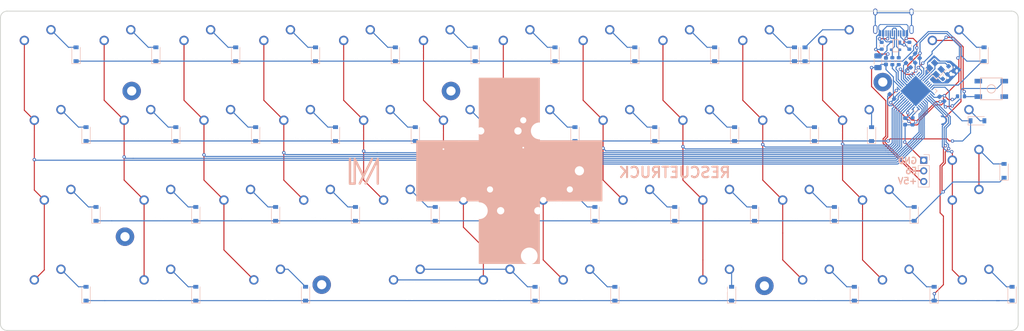
<source format=kicad_pcb>
(kicad_pcb (version 20171130) (host pcbnew "(5.1.10)-1")
  (layers (0 F.Cu signal) (31 B.Cu signal) (34 B.Paste user) (35 F.Paste user) (36 B.SilkS user) (37 F.SilkS user) (38 B.Mask user) (39 F.Mask user) (44 Edge.Cuts user))
  (net 0 "")
  (net 1 col0)
  (net 2 col1)
  (net 3 col2)
  (net 4 col3)
  (net 5 col4)
  (net 6 col5)
  (net 7 col6)
  (net 8 col7)
  (net 9 col8)
  (net 10 col9)
  (net 11 col10)
  (net 12 col11)
  (net 13 row0)
  (net 14 row1)
  (net 15 row2)
  (net 16 row3)
  (net 17 "Net-(D_1-Pad2)")
  (net 18 "Net-(D_2-Pad2)")
  (net 19 "Net-(D_3-Pad2)")
  (net 20 "Net-(D_4-Pad2)")
  (net 21 "Net-(D_5-Pad2)")
  (net 22 "Net-(D_6-Pad2)")
  (net 23 "Net-(D_7-Pad2)")
  (net 24 "Net-(D_8-Pad2)")
  (net 25 "Net-(D_9-Pad2)")
  (net 26 "Net-(D_10-Pad2)")
  (net 27 "Net-(D_11-Pad2)")
  (net 28 "Net-(D_12-Pad2)")
  (net 29 "Net-(D_13-Pad2)")
  (net 30 "Net-(D_14-Pad2)")
  (net 31 "Net-(D_15-Pad2)")
  (net 32 "Net-(D_16-Pad2)")
  (net 33 "Net-(D_17-Pad2)")
  (net 34 "Net-(D_18-Pad2)")
  (net 35 "Net-(D_19-Pad2)")
  (net 36 "Net-(D_20-Pad2)")
  (net 37 "Net-(D_21-Pad2)")
  (net 38 "Net-(D_22-Pad2)")
  (net 39 "Net-(D_23-Pad2)")
  (net 40 "Net-(D_24-Pad2)")
  (net 41 "Net-(D_25-Pad2)")
  (net 42 "Net-(D_26-Pad2)")
  (net 43 "Net-(D_27-Pad2)")
  (net 44 "Net-(D_28-Pad2)")
  (net 45 "Net-(D_29-Pad2)")
  (net 46 "Net-(D_30-Pad2)")
  (net 47 "Net-(D_31-Pad2)")
  (net 48 "Net-(D_32-Pad2)")
  (net 49 "Net-(D_33-Pad2)")
  (net 50 "Net-(D_34-Pad2)")
  (net 51 "Net-(D_35-Pad2)")
  (net 52 "Net-(D_36-Pad2)")
  (net 53 "Net-(D_37-Pad2)")
  (net 54 "Net-(D_38-Pad2)")
  (net 55 "Net-(D_39-Pad2)")
  (net 56 "Net-(D_40-Pad2)")
  (net 57 "Net-(D_41-Pad2)")
  (net 58 "Net-(D_42-Pad2)")
  (net 59 "Net-(D_43-Pad2)")
  (net 60 "Net-(D_44-Pad2)")
  (net 61 "Net-(D_45-Pad2)")
  (net 62 +5V)
  (net 63 GND)
  (net 64 "Net-(C7-Pad1)")
  (net 65 "Net-(C8-Pad1)")
  (net 66 "Net-(C9-Pad1)")
  (net 67 VCC)
  (net 68 "Net-(R1-Pad2)")
  (net 69 "Net-(R2-Pad2)")
  (net 70 D-)
  (net 71 "Net-(R3-Pad2)")
  (net 72 D+)
  (net 73 "Net-(R4-Pad2)")
  (net 74 "Net-(R5-Pad2)")
  (net 75 "Net-(R6-Pad2)")
  (net 76 "Net-(U2-Pad42)")
  (net 77 "Net-(U2-Pad20)")
  (net 78 "Net-(U2-Pad19)")
  (net 79 "Net-(U2-Pad18)")
  (net 80 "Net-(U2-Pad12)")
  (net 81 "Net-(U2-Pad11)")
  (net 82 "Net-(U2-Pad10)")
  (net 83 "Net-(U2-Pad9)")
  (net 84 "Net-(U2-Pad8)")
  (net 85 "Net-(USB1-Pad3)")
  (net 86 "Net-(USB1-Pad9)")
  (net 87 "Net-(USB1-Pad13)")
  (net 88 RGB)
  (module random-keyboard-parts:mattlogo (layer B.Cu) (at 86.741 38.227 180)
    (fp_text reference G*** hide)
    (fp_text value LOGO hide)
  )
  (module Connector_PinHeader_2.54mm:PinHeader_1x03_P2.54mm_Vertical (layer B.Cu) (at 220.345 35.575 180)
    (fp_text reference J1 hide)
    (fp_text value Conn_01x03)
    (pad 3 thru_hole oval (at 0 -5.08 180) (size 1.7 1.7) (drill 1) (layers *.Cu *.Mask) (net 62 +5V))
    (pad 2 thru_hole oval (at 0 -2.54 180) (size 1.7 1.7) (drill 1) (layers *.Cu *.Mask) (net 88 RGB))
    (pad 1 thru_hole rect (at 0 0 180) (size 1.7 1.7) (drill 1) (layers *.Cu *.Mask) (net 63 GND))
  )
  (module MountingHole:MountingHole_2.2mm_M2_Pad (layer F.Cu) (at 182.322 65.5525)
    (fp_text reference H3 hide)
    (fp_text value MountingHole_Pad)
    (pad 1 thru_hole circle (at 0 0) (size 4.4 4.4) (drill 2.2) (layers *.Cu *.Mask))
  )
  (module MountingHole:MountingHole_2.2mm_M2_Pad (layer F.Cu) (at 29.7275 53.82375)
    (fp_text reference H2 hide)
    (fp_text value MountingHole_Pad)
    (pad 1 thru_hole circle (at 0 0) (size 4.4 4.4) (drill 2.2) (layers *.Cu *.Mask))
  )
  (module MX_Only:MXOnly-ISO-ReversedStabilizers (layer F.Cu) (at 230.98125 38.1)
    (fp_text reference K_47)
    (fp_text value KEYSW)
    (pad "" np_thru_hole circle (at -8.255 -11.938) (size 3.9878 3.9878) (drill 3.9878) (layers *.Cu *.Mask) (clearance 0.0001))
    (pad "" np_thru_hole circle (at -8.255 11.938) (size 3.9878 3.9878) (drill 3.9878) (layers *.Cu *.Mask))
    (pad "" np_thru_hole circle (at 6.985 -11.938) (size 3.048 3.048) (drill 3.048) (layers *.Cu *.Mask))
    (pad "" np_thru_hole circle (at 6.985 11.938) (size 3.048 3.048) (drill 3.048) (layers *.Cu *.Mask))
    (pad "" np_thru_hole circle (at 5.08 0 48.0996) (size 1.75 1.75) (drill 1.75) (layers *.Cu *.Mask))
    (pad "" np_thru_hole circle (at -5.08 0 48.0996) (size 1.75 1.75) (drill 1.75) (layers *.Cu *.Mask))
    (pad 1 thru_hole circle (at -3.81 -2.54) (size 2.25 2.25) (drill 1.47) (layers *.Cu B.Mask) (net 12 col11))
    (pad "" np_thru_hole circle (at 0 0) (size 3.9878 3.9878) (drill 3.9878) (layers *.Cu *.Mask))
    (pad 2 thru_hole circle (at 2.54 -5.08) (size 2.25 2.25) (drill 1.47) (layers *.Cu B.Mask) (net 52 "Net-(D_36-Pad2)"))
  )
  (module MX_Only:MXOnly-1.5U-NoLED (layer F.Cu) (at 171.45 66.675)
    (fp_text reference K_43)
    (fp_text value KEYSW)
    (pad "" np_thru_hole circle (at 5.08 0 48.0996) (size 1.75 1.75) (drill 1.75) (layers *.Cu *.Mask))
    (pad "" np_thru_hole circle (at -5.08 0 48.0996) (size 1.75 1.75) (drill 1.75) (layers *.Cu *.Mask))
    (pad 1 thru_hole circle (at -3.81 -2.54) (size 2.25 2.25) (drill 1.47) (layers *.Cu B.Mask) (net 9 col8))
    (pad "" np_thru_hole circle (at 0 0) (size 3.9878 3.9878) (drill 3.9878) (layers *.Cu *.Mask))
    (pad 2 thru_hole circle (at 2.54 -5.08) (size 2.25 2.25) (drill 1.47) (layers *.Cu B.Mask) (net 58 "Net-(D_42-Pad2)"))
  )
  (module MX_Only:MXOnly-7U-ReversedStabilizers-NoLED (layer F.Cu) (at 119.0625 66.675)
    (fp_text reference K_41)
    (fp_text value KEYSW)
    (pad "" np_thru_hole circle (at 57.15 -8.255) (size 3.9878 3.9878) (drill 3.9878) (layers *.Cu *.Mask))
    (pad "" np_thru_hole circle (at -57.15 -8.255) (size 3.9878 3.9878) (drill 3.9878) (layers *.Cu *.Mask))
    (pad "" np_thru_hole circle (at 57.15 6.985) (size 3.048 3.048) (drill 3.048) (layers *.Cu *.Mask))
    (pad "" np_thru_hole circle (at -57.15 6.985) (size 3.048 3.048) (drill 3.048) (layers *.Cu *.Mask))
    (pad "" np_thru_hole circle (at 5.08 0 48.0996) (size 1.75 1.75) (drill 1.75) (layers *.Cu *.Mask))
    (pad "" np_thru_hole circle (at -5.08 0 48.0996) (size 1.75 1.75) (drill 1.75) (layers *.Cu *.Mask))
    (pad 1 thru_hole circle (at -3.81 -2.54) (size 2.25 2.25) (drill 1.47) (layers *.Cu B.Mask) (net 6 col5))
    (pad "" np_thru_hole circle (at 0 0) (size 3.9878 3.9878) (drill 3.9878) (layers *.Cu *.Mask))
    (pad 2 thru_hole circle (at 2.54 -5.08) (size 2.25 2.25) (drill 1.47) (layers *.Cu B.Mask) (net 56 "Net-(D_40-Pad2)"))
  )
  (module MX_Only:MXOnly-2.25U-ReversedStabilizers-NoLED (layer F.Cu) (at 97.63125 66.675)
    (fp_text reference K_40)
    (fp_text value KEYSW)
    (pad "" np_thru_hole circle (at 11.90625 -8.255) (size 3.9878 3.9878) (drill 3.9878) (layers *.Cu *.Mask))
    (pad "" np_thru_hole circle (at -11.90625 -8.255) (size 3.9878 3.9878) (drill 3.9878) (layers *.Cu *.Mask))
    (pad "" np_thru_hole circle (at 11.90625 6.985) (size 3.048 3.048) (drill 3.048) (layers *.Cu *.Mask))
    (pad "" np_thru_hole circle (at -11.90625 6.985) (size 3.048 3.048) (drill 3.048) (layers *.Cu *.Mask))
    (pad "" np_thru_hole circle (at 5.08 0 48.0996) (size 1.75 1.75) (drill 1.75) (layers *.Cu *.Mask))
    (pad "" np_thru_hole circle (at -5.08 0 48.0996) (size 1.75 1.75) (drill 1.75) (layers *.Cu *.Mask))
    (pad 1 thru_hole circle (at -3.81 -2.54) (size 2.25 2.25) (drill 1.47) (layers *.Cu B.Mask) (net 6 col5))
    (pad "" np_thru_hole circle (at 0 0) (size 3.9878 3.9878) (drill 3.9878) (layers *.Cu *.Mask))
    (pad 2 thru_hole circle (at 2.54 -5.08) (size 2.25 2.25) (drill 1.47) (layers *.Cu B.Mask) (net 56 "Net-(D_40-Pad2)"))
  )
  (module MX_Only:MXOnly-1.25U-NoLED (layer F.Cu) (at 64.29375 66.675)
    (fp_text reference K_39)
    (fp_text value KEYSW)
    (pad 2 thru_hole circle (at 2.54 -5.08) (size 2.25 2.25) (drill 1.47) (layers *.Cu B.Mask) (net 55 "Net-(D_39-Pad2)"))
    (pad "" np_thru_hole circle (at 0 0) (size 3.9878 3.9878) (drill 3.9878) (layers *.Cu *.Mask))
    (pad 1 thru_hole circle (at -3.81 -2.54) (size 2.25 2.25) (drill 1.47) (layers *.Cu B.Mask) (net 3 col2))
    (pad "" np_thru_hole circle (at -5.08 0 48.0996) (size 1.75 1.75) (drill 1.75) (layers *.Cu *.Mask))
    (pad "" np_thru_hole circle (at 5.08 0 48.0996) (size 1.75 1.75) (drill 1.75) (layers *.Cu *.Mask))
  )
  (module MX_Only:MXOnly-1.5U-NoLED (layer F.Cu) (at 14.2875 47.625)
    (fp_text reference K_25)
    (fp_text value KEYSW)
    (pad "" np_thru_hole circle (at 5.08 0 48.0996) (size 1.75 1.75) (drill 1.75) (layers *.Cu *.Mask))
    (pad "" np_thru_hole circle (at -5.08 0 48.0996) (size 1.75 1.75) (drill 1.75) (layers *.Cu *.Mask))
    (pad 1 thru_hole circle (at -3.81 -2.54) (size 2.25 2.25) (drill 1.47) (layers *.Cu B.Mask) (net 1 col0))
    (pad "" np_thru_hole circle (at 0 0) (size 3.9878 3.9878) (drill 3.9878) (layers *.Cu *.Mask))
    (pad 2 thru_hole circle (at 2.54 -5.08) (size 2.25 2.25) (drill 1.47) (layers *.Cu B.Mask) (net 41 "Net-(D_25-Pad2)"))
  )
  (module MX_Only:MXOnly-1.5U-NoLED (layer F.Cu) (at 38.1 66.675)
    (fp_text reference K_38)
    (fp_text value KEYSW)
    (pad "" np_thru_hole circle (at 5.08 0 48.0996) (size 1.75 1.75) (drill 1.75) (layers *.Cu *.Mask))
    (pad "" np_thru_hole circle (at -5.08 0 48.0996) (size 1.75 1.75) (drill 1.75) (layers *.Cu *.Mask))
    (pad 1 thru_hole circle (at -3.81 -2.54) (size 2.25 2.25) (drill 1.47) (layers *.Cu B.Mask) (net 2 col1))
    (pad "" np_thru_hole circle (at 0 0) (size 3.9878 3.9878) (drill 3.9878) (layers *.Cu *.Mask))
    (pad 2 thru_hole circle (at 2.54 -5.08) (size 2.25 2.25) (drill 1.47) (layers *.Cu B.Mask) (net 54 "Net-(D_38-Pad2)"))
  )
  (module MX_Only:MXOnly-1.25U-NoLED (layer F.Cu) (at 11.90625 66.675)
    (fp_text reference K_37)
    (fp_text value KEYSW)
    (pad "" np_thru_hole circle (at 5.08 0 48.0996) (size 1.75 1.75) (drill 1.75) (layers *.Cu *.Mask))
    (pad "" np_thru_hole circle (at -5.08 0 48.0996) (size 1.75 1.75) (drill 1.75) (layers *.Cu *.Mask))
    (pad 1 thru_hole circle (at -3.81 -2.54) (size 2.25 2.25) (drill 1.47) (layers *.Cu B.Mask) (net 1 col0))
    (pad "" np_thru_hole circle (at 0 0) (size 3.9878 3.9878) (drill 3.9878) (layers *.Cu *.Mask))
    (pad 2 thru_hole circle (at 2.54 -5.08) (size 2.25 2.25) (drill 1.47) (layers *.Cu B.Mask) (net 53 "Net-(D_37-Pad2)"))
  )
  (module MX_Only:MXOnly-1U-NoLED (layer F.Cu) (at 114.3 47.625)
    (fp_text reference K_30)
    (fp_text value KEYSW)
    (pad "" np_thru_hole circle (at 5.08 0 48.0996) (size 1.75 1.75) (drill 1.75) (layers *.Cu *.Mask))
    (pad "" np_thru_hole circle (at -5.08 0 48.0996) (size 1.75 1.75) (drill 1.75) (layers *.Cu *.Mask))
    (pad 1 thru_hole circle (at -3.81 -2.54) (size 2.25 2.25) (drill 1.47) (layers *.Cu B.Mask) (net 6 col5))
    (pad "" np_thru_hole circle (at 0 0) (size 3.9878 3.9878) (drill 3.9878) (layers *.Cu *.Mask))
    (pad 2 thru_hole circle (at 2.54 -5.08) (size 2.25 2.25) (drill 1.47) (layers *.Cu B.Mask) (net 46 "Net-(D_30-Pad2)"))
  )
  (module MX_Only:MXOnly-1U-NoLED (layer F.Cu) (at 109.5375 28.575)
    (fp_text reference K_18)
    (fp_text value KEYSW)
    (pad "" np_thru_hole circle (at 5.08 0 48.0996) (size 1.75 1.75) (drill 1.75) (layers *.Cu *.Mask))
    (pad "" np_thru_hole circle (at -5.08 0 48.0996) (size 1.75 1.75) (drill 1.75) (layers *.Cu *.Mask))
    (pad 1 thru_hole circle (at -3.81 -2.54) (size 2.25 2.25) (drill 1.47) (layers *.Cu B.Mask) (net 6 col5))
    (pad "" np_thru_hole circle (at 0 0) (size 3.9878 3.9878) (drill 3.9878) (layers *.Cu *.Mask))
    (pad 2 thru_hole circle (at 2.54 -5.08) (size 2.25 2.25) (drill 1.47) (layers *.Cu B.Mask) (net 34 "Net-(D_18-Pad2)"))
  )
  (module MX_Only:MXOnly-1.25U-NoLED (layer F.Cu) (at 11.90625 28.575)
    (fp_text reference K_13)
    (fp_text value KEYSW)
    (pad "" np_thru_hole circle (at 5.08 0 48.0996) (size 1.75 1.75) (drill 1.75) (layers *.Cu *.Mask))
    (pad "" np_thru_hole circle (at -5.08 0 48.0996) (size 1.75 1.75) (drill 1.75) (layers *.Cu *.Mask))
    (pad 1 thru_hole circle (at -3.81 -2.54) (size 2.25 2.25) (drill 1.47) (layers *.Cu B.Mask) (net 1 col0))
    (pad "" np_thru_hole circle (at 0 0) (size 3.9878 3.9878) (drill 3.9878) (layers *.Cu *.Mask))
    (pad 2 thru_hole circle (at 2.54 -5.08) (size 2.25 2.25) (drill 1.47) (layers *.Cu B.Mask) (net 29 "Net-(D_13-Pad2)"))
  )
  (module Package_DFN_QFN:QFN-44-1EP_7x7mm_P0.5mm_EP5.2x5.2mm (layer B.Cu) (at 218.44 19.05 315)
    (fp_text reference U2 hide)
    (fp_text value ATmega32U4-MU)
    (pad 1 smd roundrect (at -3.3375 2.5 315) (size 1.075 0.25) (layers B.Cu B.Paste B.Mask) (net 88 RGB))
    (pad 2 smd roundrect (at -3.3375 2 315) (size 1.075 0.25) (layers B.Cu B.Paste B.Mask) (net 62 +5V))
    (pad 3 smd roundrect (at -3.3375 1.5 315) (size 1.075 0.25) (layers B.Cu B.Paste B.Mask) (net 70 D-))
    (pad 4 smd roundrect (at -3.3375 1 315) (size 1.075 0.25) (layers B.Cu B.Paste B.Mask) (net 72 D+))
    (pad 5 smd roundrect (at -3.3375 0.5 315) (size 1.075 0.25) (layers B.Cu B.Paste B.Mask) (net 63 GND))
    (pad 6 smd roundrect (at -3.3375 0 315) (size 1.075 0.25) (layers B.Cu B.Paste B.Mask) (net 64 "Net-(C7-Pad1)"))
    (pad 7 smd roundrect (at -3.3375 -0.5 315) (size 1.075 0.25) (layers B.Cu B.Paste B.Mask) (net 62 +5V))
    (pad 8 smd roundrect (at -3.3375 -1 315) (size 1.075 0.25) (layers B.Cu B.Paste B.Mask) (net 84 "Net-(U2-Pad8)"))
    (pad 9 smd roundrect (at -3.3375 -1.5 315) (size 1.075 0.25) (layers B.Cu B.Paste B.Mask) (net 83 "Net-(U2-Pad9)"))
    (pad 10 smd roundrect (at -3.3375 -2 315) (size 1.075 0.25) (layers B.Cu B.Paste B.Mask) (net 82 "Net-(U2-Pad10)"))
    (pad 11 smd roundrect (at -3.3375 -2.5 315) (size 1.075 0.25) (layers B.Cu B.Paste B.Mask) (net 81 "Net-(U2-Pad11)"))
    (pad 12 smd roundrect (at -2.5 -3.3375 315) (size 0.25 1.075) (layers B.Cu B.Paste B.Mask) (net 80 "Net-(U2-Pad12)"))
    (pad 13 smd roundrect (at -2 -3.3375 315) (size 0.25 1.075) (layers B.Cu B.Paste B.Mask) (net 75 "Net-(R6-Pad2)"))
    (pad 14 smd roundrect (at -1.5 -3.3375 315) (size 0.25 1.075) (layers B.Cu B.Paste B.Mask) (net 62 +5V))
    (pad 15 smd roundrect (at -1 -3.3375 315) (size 0.25 1.075) (layers B.Cu B.Paste B.Mask) (net 63 GND))
    (pad 16 smd roundrect (at -0.5 -3.3375 315) (size 0.25 1.075) (layers B.Cu B.Paste B.Mask) (net 66 "Net-(C9-Pad1)"))
    (pad 17 smd roundrect (at 0 -3.3375 315) (size 0.25 1.075) (layers B.Cu B.Paste B.Mask) (net 65 "Net-(C8-Pad1)"))
    (pad 18 smd roundrect (at 0.5 -3.3375 315) (size 0.25 1.075) (layers B.Cu B.Paste B.Mask) (net 79 "Net-(U2-Pad18)"))
    (pad 19 smd roundrect (at 1 -3.3375 315) (size 0.25 1.075) (layers B.Cu B.Paste B.Mask) (net 78 "Net-(U2-Pad19)"))
    (pad 20 smd roundrect (at 1.5 -3.3375 315) (size 0.25 1.075) (layers B.Cu B.Paste B.Mask) (net 77 "Net-(U2-Pad20)"))
    (pad 21 smd roundrect (at 2 -3.3375 315) (size 0.25 1.075) (layers B.Cu B.Paste B.Mask) (net 13 row0))
    (pad 22 smd roundrect (at 2.5 -3.3375 315) (size 0.25 1.075) (layers B.Cu B.Paste B.Mask) (net 14 row1))
    (pad 23 smd roundrect (at 3.3375 -2.5 315) (size 1.075 0.25) (layers B.Cu B.Paste B.Mask) (net 63 GND))
    (pad 24 smd roundrect (at 3.3375 -2 315) (size 1.075 0.25) (layers B.Cu B.Paste B.Mask) (net 62 +5V))
    (pad 25 smd roundrect (at 3.3375 -1.5 315) (size 1.075 0.25) (layers B.Cu B.Paste B.Mask) (net 15 row2))
    (pad 26 smd roundrect (at 3.3375 -1 315) (size 1.075 0.25) (layers B.Cu B.Paste B.Mask) (net 16 row3))
    (pad 27 smd roundrect (at 3.3375 -0.5 315) (size 1.075 0.25) (layers B.Cu B.Paste B.Mask) (net 12 col11))
    (pad 28 smd roundrect (at 3.3375 0 315) (size 1.075 0.25) (layers B.Cu B.Paste B.Mask) (net 1 col0))
    (pad 29 smd roundrect (at 3.3375 0.5 315) (size 1.075 0.25) (layers B.Cu B.Paste B.Mask) (net 2 col1))
    (pad 30 smd roundrect (at 3.3375 1 315) (size 1.075 0.25) (layers B.Cu B.Paste B.Mask) (net 3 col2))
    (pad 31 smd roundrect (at 3.3375 1.5 315) (size 1.075 0.25) (layers B.Cu B.Paste B.Mask) (net 4 col3))
    (pad 32 smd roundrect (at 3.3375 2 315) (size 1.075 0.25) (layers B.Cu B.Paste B.Mask) (net 5 col4))
    (pad 33 smd roundrect (at 3.3375 2.5 315) (size 1.075 0.25) (layers B.Cu B.Paste B.Mask) (net 74 "Net-(R5-Pad2)"))
    (pad 34 smd roundrect (at 2.5 3.3375 315) (size 0.25 1.075) (layers B.Cu B.Paste B.Mask) (net 62 +5V))
    (pad 35 smd roundrect (at 2 3.3375 315) (size 0.25 1.075) (layers B.Cu B.Paste B.Mask) (net 63 GND))
    (pad 36 smd roundrect (at 1.5 3.3375 315) (size 0.25 1.075) (layers B.Cu B.Paste B.Mask) (net 6 col5))
    (pad 37 smd roundrect (at 1 3.3375 315) (size 0.25 1.075) (layers B.Cu B.Paste B.Mask) (net 7 col6))
    (pad 38 smd roundrect (at 0.5 3.3375 315) (size 0.25 1.075) (layers B.Cu B.Paste B.Mask) (net 8 col7))
    (pad 39 smd roundrect (at 0 3.3375 315) (size 0.25 1.075) (layers B.Cu B.Paste B.Mask) (net 9 col8))
    (pad 40 smd roundrect (at -0.5 3.3375 315) (size 0.25 1.075) (layers B.Cu B.Paste B.Mask) (net 10 col9))
    (pad 41 smd roundrect (at -1 3.3375 315) (size 0.25 1.075) (layers B.Cu B.Paste B.Mask) (net 11 col10))
    (pad 42 smd roundrect (at -1.5 3.3375 315) (size 0.25 1.075) (layers B.Cu B.Paste B.Mask) (net 76 "Net-(U2-Pad42)"))
    (pad 43 smd roundrect (at -2 3.3375 315) (size 0.25 1.075) (layers B.Cu B.Paste B.Mask) (net 63 GND))
    (pad 44 smd roundrect (at -2.5 3.3375 315) (size 0.25 1.075) (layers B.Cu B.Paste B.Mask) (net 62 +5V))
    (pad 45 smd rect (at 0 0 315) (size 5.2 5.2) (layers B.Cu B.Mask) (net 63 GND))
  )
  (module random-keyboard-parts:SKQG-1155865 (layer B.Cu) (at 236.474 18.542)
    (fp_text reference SW1 hide)
    (fp_text value SW_Push)
    (pad 1 smd rect (at 3.1 -1.85) (size 1.8 1.1) (layers B.Cu B.Paste B.Mask) (net 63 GND))
    (pad 2 smd rect (at -3.1 1.85) (size 1.8 1.1) (layers B.Cu B.Paste B.Mask) (net 75 "Net-(R6-Pad2)"))
    (pad 3 smd rect (at 3.1 1.85) (size 1.8 1.1) (layers B.Cu B.Paste B.Mask))
    (pad 4 smd rect (at -3.1 -1.85) (size 1.8 1.1) (layers B.Cu B.Paste B.Mask))
  )
  (module Diode_SMD:D_SOD-123 (layer B.Cu) (at 192.024 10.287 90)
    (fp_text reference D_11 hide)
    (fp_text value D)
    (pad 2 smd rect (at 1.65 0 90) (size 0.9 1.2) (layers B.Cu B.Paste B.Mask) (net 27 "Net-(D_11-Pad2)"))
    (pad 1 smd rect (at -1.65 0 90) (size 0.9 1.2) (layers B.Cu B.Paste B.Mask) (net 13 row0))
  )
  (module Capacitor_SMD:C_0603_1608Metric (layer B.Cu) (at 215.9 26.302 270)
    (fp_text reference C3 hide)
    (fp_text value 0.1uF)
    (pad 1 smd roundrect (at -0.775 0 270) (size 0.9 0.95) (layers B.Cu B.Paste B.Mask) (net 62 +5V))
    (pad 2 smd roundrect (at 0.775 0 270) (size 0.9 0.95) (layers B.Cu B.Paste B.Mask) (net 63 GND))
  )
  (module Resistor_SMD:R_0603_1608Metric (layer B.Cu) (at 214.376 11.938 90)
    (fp_text reference R4 hide)
    (fp_text value 22)
    (pad 1 smd roundrect (at -0.825 0 90) (size 0.8 0.95) (layers B.Cu B.Paste B.Mask) (net 72 D+))
    (pad 2 smd roundrect (at 0.825 0 90) (size 0.8 0.95) (layers B.Cu B.Paste B.Mask) (net 73 "Net-(R4-Pad2)"))
  )
  (module Capacitor_SMD:C_0603_1608Metric (layer B.Cu) (at 212.765008 20.360008 135)
    (fp_text reference C2 hide)
    (fp_text value 0.1uF)
    (pad 1 smd roundrect (at -0.775 0 135) (size 0.9 0.95) (layers B.Cu B.Paste B.Mask) (net 62 +5V))
    (pad 2 smd roundrect (at 0.775 0 135) (size 0.9 0.95) (layers B.Cu B.Paste B.Mask) (net 63 GND))
  )
  (module Resistor_SMD:R_0603_1608Metric (layer B.Cu) (at 229.235 20.32)
    (fp_text reference R6 hide)
    (fp_text value 10k)
    (pad 1 smd roundrect (at -0.825 0) (size 0.8 0.95) (layers B.Cu B.Paste B.Mask) (net 62 +5V))
    (pad 2 smd roundrect (at 0.825 0) (size 0.8 0.95) (layers B.Cu B.Paste B.Mask) (net 75 "Net-(R6-Pad2)"))
  )
  (module Capacitor_SMD:C_0603_1608Metric (layer B.Cu) (at 224.663 20.955 315)
    (fp_text reference C4 hide)
    (fp_text value 0.1uF)
    (pad 1 smd roundrect (at -0.775 0 315) (size 0.9 0.95) (layers B.Cu B.Paste B.Mask) (net 62 +5V))
    (pad 2 smd roundrect (at 0.775 0 315) (size 0.9 0.95) (layers B.Cu B.Paste B.Mask) (net 63 GND))
  )
  (module Resistor_SMD:R_0603_1608Metric (layer B.Cu) (at 210.312 8.255 90)
    (fp_text reference R2 hide)
    (fp_text value 5.1k)
    (pad 1 smd roundrect (at -0.825 0 90) (size 0.8 0.95) (layers B.Cu B.Paste B.Mask) (net 63 GND))
    (pad 2 smd roundrect (at 0.825 0 90) (size 0.8 0.95) (layers B.Cu B.Paste B.Mask) (net 69 "Net-(R2-Pad2)"))
  )
  (module Capacitor_SMD:C_0603_1608Metric (layer B.Cu) (at 211.328 11.938 90)
    (fp_text reference C1 hide)
    (fp_text value 10uF)
    (pad 1 smd roundrect (at -0.775 0 90) (size 0.9 0.95) (layers B.Cu B.Paste B.Mask) (net 62 +5V))
    (pad 2 smd roundrect (at 0.775 0 90) (size 0.9 0.95) (layers B.Cu B.Paste B.Mask) (net 63 GND))
  )
  (module Capacitor_SMD:C_0603_1608Metric (layer B.Cu) (at 218.821 10.668 135)
    (fp_text reference C6 hide)
    (fp_text value 0.1uF)
    (pad 1 smd roundrect (at -0.775 0 135) (size 0.9 0.95) (layers B.Cu B.Paste B.Mask) (net 62 +5V))
    (pad 2 smd roundrect (at 0.775 0 135) (size 0.9 0.95) (layers B.Cu B.Paste B.Mask) (net 63 GND))
  )
  (module Resistor_SMD:R_0603_1608Metric (layer B.Cu) (at 216.916 8.255 90)
    (fp_text reference R1 hide)
    (fp_text value 5.1k)
    (pad 1 smd roundrect (at -0.825 0 90) (size 0.8 0.95) (layers B.Cu B.Paste B.Mask) (net 63 GND))
    (pad 2 smd roundrect (at 0.825 0 90) (size 0.8 0.95) (layers B.Cu B.Paste B.Mask) (net 68 "Net-(R1-Pad2)"))
  )
  (module Crystal:Crystal_SMD_3225-4Pin_3.2x2.5mm (layer B.Cu) (at 223.139 13.716 135)
    (fp_text reference Y1 hide)
    (fp_text value 16MHz)
    (pad 1 smd rect (at -1.1 -0.85 135) (size 1.4 1.2) (layers B.Cu B.Paste B.Mask) (net 65 "Net-(C8-Pad1)"))
    (pad 2 smd rect (at 1.1 -0.85 135) (size 1.4 1.2) (layers B.Cu B.Paste B.Mask) (net 63 GND))
    (pad 3 smd rect (at 1.1 0.85 135) (size 1.4 1.2) (layers B.Cu B.Paste B.Mask) (net 66 "Net-(C9-Pad1)"))
    (pad 4 smd rect (at -1.1 0.85 135) (size 1.4 1.2) (layers B.Cu B.Paste B.Mask) (net 63 GND))
  )
  (module Capacitor_SMD:C_0603_1608Metric (layer B.Cu) (at 216.662 11.811 45)
    (fp_text reference C7 hide)
    (fp_text value 1uF)
    (pad 1 smd roundrect (at -0.775 0 45) (size 0.9 0.95) (layers B.Cu B.Paste B.Mask) (net 64 "Net-(C7-Pad1)"))
    (pad 2 smd roundrect (at 0.775 0 45) (size 0.9 0.95) (layers B.Cu B.Paste B.Mask) (net 63 GND))
  )
  (module Fuse:Fuse_1206_3216Metric (layer B.Cu) (at 209.423 12.065 90)
    (fp_text reference F1 hide)
    (fp_text value 500mA)
    (pad 1 smd roundrect (at -1.4 0 90) (size 1.25 1.75) (layers B.Cu B.Paste B.Mask) (roundrect_rratio 0.2) (net 62 +5V))
    (pad 2 smd roundrect (at 1.4 0 90) (size 1.25 1.75) (layers B.Cu B.Paste B.Mask) (roundrect_rratio 0.2) (net 67 VCC))
  )
  (module Resistor_SMD:R_0603_1608Metric (layer B.Cu) (at 212.852 11.938 90)
    (fp_text reference R3 hide)
    (fp_text value 22)
    (pad 1 smd roundrect (at -0.825 0 90) (size 0.8 0.95) (layers B.Cu B.Paste B.Mask) (net 70 D-))
    (pad 2 smd roundrect (at 0.825 0 90) (size 0.8 0.95) (layers B.Cu B.Paste B.Mask) (net 71 "Net-(R3-Pad2)"))
  )
  (module Capacitor_SMD:C_0603_1608Metric (layer B.Cu) (at 225.425 15.621 45)
    (fp_text reference C8 hide)
    (fp_text value 22pF)
    (pad 1 smd roundrect (at -0.775 0 45) (size 0.9 0.95) (layers B.Cu B.Paste B.Mask) (net 65 "Net-(C8-Pad1)"))
    (pad 2 smd roundrect (at 0.775 0 45) (size 0.9 0.95) (layers B.Cu B.Paste B.Mask) (net 63 GND))
  )
  (module Capacitor_SMD:C_0603_1608Metric (layer B.Cu) (at 226.822 13.716 315)
    (fp_text reference C9 hide)
    (fp_text value 22pF)
    (pad 1 smd roundrect (at -0.775 0 315) (size 0.9 0.95) (layers B.Cu B.Paste B.Mask) (net 66 "Net-(C9-Pad1)"))
    (pad 2 smd roundrect (at 0.775 0 315) (size 0.9 0.95) (layers B.Cu B.Paste B.Mask) (net 63 GND))
  )
  (module Capacitor_SMD:C_0603_1608Metric (layer B.Cu) (at 217.764992 12.867008 45)
    (fp_text reference C5 hide)
    (fp_text value 0.1uF)
    (pad 1 smd roundrect (at -0.775 0 45) (size 0.9 0.95) (layers B.Cu B.Paste B.Mask) (net 62 +5V))
    (pad 2 smd roundrect (at 0.775 0 45) (size 0.9 0.95) (layers B.Cu B.Paste B.Mask) (net 63 GND))
  )
  (module Resistor_SMD:R_0603_1608Metric (layer B.Cu) (at 217.678 26.289 90)
    (fp_text reference R5 hide)
    (fp_text value 10k)
    (pad 1 smd roundrect (at -0.825 0 90) (size 0.8 0.95) (layers B.Cu B.Paste B.Mask) (net 63 GND))
    (pad 2 smd roundrect (at 0.825 0 90) (size 0.8 0.95) (layers B.Cu B.Paste B.Mask) (net 74 "Net-(R5-Pad2)"))
  )
  (module random-keyboard-parts:SOT143B (layer B.Cu) (at 213.614 8.255 180)
    (fp_text reference U1 hide)
    (fp_text value PRTR5V0U2X)
    (pad 3 smd rect (at 1 -0.95 270) (size 0.6 0.7) (layers B.Cu B.Paste B.Mask) (net 71 "Net-(R3-Pad2)"))
    (pad 2 smd rect (at -1 -0.95 270) (size 0.6 0.7) (layers B.Cu B.Paste B.Mask) (net 73 "Net-(R4-Pad2)"))
    (pad 4 smd rect (at 1 0.95 270) (size 0.6 0.7) (layers B.Cu B.Paste B.Mask) (net 67 VCC))
    (pad 1 smd rect (at -1 0.75 270) (size 1 0.7) (layers B.Cu B.Paste B.Mask) (net 63 GND))
  )
  (module Type-C:HRO-TYPE-C-31-M-12-Assembly (layer B.Cu) (at 213.106 -2.413)
    (fp_text reference USB1 hide)
    (fp_text value HRO-TYPE-C-31-M-12)
    (pad 13 thru_hole oval (at 4.32 2.6) (size 1 1.6) (drill oval 0.6 1.2) (layers *.Cu *.Mask) (net 87 "Net-(USB1-Pad13)"))
    (pad 13 thru_hole oval (at -4.32 2.6) (size 1 1.6) (drill oval 0.6 1.2) (layers *.Cu *.Mask) (net 87 "Net-(USB1-Pad13)"))
    (pad 13 thru_hole oval (at 4.32 6.78) (size 1 2.1) (drill oval 0.6 1.7) (layers *.Cu *.Mask) (net 87 "Net-(USB1-Pad13)"))
    (pad 13 thru_hole oval (at -4.32 6.78) (size 1 2.1) (drill oval 0.6 1.7) (layers *.Cu *.Mask) (net 87 "Net-(USB1-Pad13)"))
    (pad "" np_thru_hole circle (at -2.89 6.25) (size 0.65 0.65) (drill 0.65) (layers *.Cu *.Mask))
    (pad "" np_thru_hole circle (at 2.89 6.25) (size 0.65 0.65) (drill 0.65) (layers *.Cu *.Mask))
    (pad 6 smd rect (at -0.25 7.695) (size 0.3 1.45) (layers B.Cu B.Paste B.Mask) (net 73 "Net-(R4-Pad2)"))
    (pad 7 smd rect (at 0.25 7.695) (size 0.3 1.45) (layers B.Cu B.Paste B.Mask) (net 71 "Net-(R3-Pad2)"))
    (pad 8 smd rect (at 0.75 7.695) (size 0.3 1.45) (layers B.Cu B.Paste B.Mask) (net 73 "Net-(R4-Pad2)"))
    (pad 5 smd rect (at -0.75 7.695) (size 0.3 1.45) (layers B.Cu B.Paste B.Mask) (net 71 "Net-(R3-Pad2)"))
    (pad 9 smd rect (at 1.25 7.695) (size 0.3 1.45) (layers B.Cu B.Paste B.Mask) (net 86 "Net-(USB1-Pad9)"))
    (pad 4 smd rect (at -1.25 7.695) (size 0.3 1.45) (layers B.Cu B.Paste B.Mask) (net 69 "Net-(R2-Pad2)"))
    (pad 10 smd rect (at 1.75 7.695) (size 0.3 1.45) (layers B.Cu B.Paste B.Mask) (net 68 "Net-(R1-Pad2)"))
    (pad 3 smd rect (at -1.75 7.695) (size 0.3 1.45) (layers B.Cu B.Paste B.Mask) (net 85 "Net-(USB1-Pad3)"))
    (pad 2 smd rect (at -2.45 7.695) (size 0.6 1.45) (layers B.Cu B.Paste B.Mask) (net 67 VCC))
    (pad 11 smd rect (at 2.45 7.695) (size 0.6 1.45) (layers B.Cu B.Paste B.Mask) (net 67 VCC))
    (pad 1 smd rect (at -3.225 7.695) (size 0.6 1.45) (layers B.Cu B.Paste B.Mask) (net 63 GND))
    (pad 12 smd rect (at 3.225 7.695) (size 0.6 1.45) (layers B.Cu B.Paste B.Mask) (net 63 GND))
  )
  (module MountingHole:MountingHole_2.2mm_M2_Pad (layer F.Cu) (at 210.575 16.924)
    (fp_text reference H6)
    (fp_text value MountingHole_Pad)
    (pad 1 thru_hole circle (at 0 0) (size 4.4 4.4) (drill 2.2) (layers *.Cu *.Mask))
  )
  (module MountingHole:MountingHole_2.2mm_M2_Pad (layer F.Cu) (at 138.175 38.1)
    (fp_text reference H5 hide)
    (fp_text value MountingHole_Pad)
    (pad 1 thru_hole circle (at 0 0) (size 4.4 4.4) (drill 2.2) (layers *.Cu *.Mask))
  )
  (module MountingHole:MountingHole_2.2mm_M2_Pad (layer F.Cu) (at 31.325 19.05)
    (fp_text reference H1 hide)
    (fp_text value MountingHole_Pad)
    (pad 1 thru_hole circle (at 0 0) (size 4.4 4.4) (drill 2.2) (layers *.Cu *.Mask))
  )
  (module MountingHole:MountingHole_2.2mm_M2_Pad (layer F.Cu) (at 107.525 19.05)
    (fp_text reference H4 hide)
    (fp_text value MountingHole_Pad)
    (pad 1 thru_hole circle (at 0 0) (size 4.4 4.4) (drill 2.2) (layers *.Cu *.Mask))
  )
  (module MountingHole:MountingHole_2.2mm_M2_Pad (layer F.Cu) (at 76.675 65.274)
    (fp_text reference H3 hide)
    (fp_text value MountingHole_Pad)
    (pad 1 thru_hole circle (at 0 0) (size 4.4 4.4) (drill 2.2) (layers *.Cu *.Mask))
  )
  (module MX_Only:MXOnly-1U-NoLED (layer F.Cu) (at 233.3625 66.675)
    (fp_text reference K_46)
    (fp_text value KEYSW)
    (pad 2 thru_hole circle (at 2.54 -5.08) (size 2.25 2.25) (drill 1.47) (layers *.Cu B.Mask) (net 61 "Net-(D_45-Pad2)"))
    (pad "" np_thru_hole circle (at 0 0) (size 3.9878 3.9878) (drill 3.9878) (layers *.Cu *.Mask))
    (pad 1 thru_hole circle (at -3.81 -2.54) (size 2.25 2.25) (drill 1.47) (layers *.Cu B.Mask) (net 12 col11))
    (pad "" np_thru_hole circle (at -5.08 0 48.0996) (size 1.75 1.75) (drill 1.75) (layers *.Cu *.Mask))
    (pad "" np_thru_hole circle (at 5.08 0 48.0996) (size 1.75 1.75) (drill 1.75) (layers *.Cu *.Mask))
  )
  (module MX_Only:MXOnly-1U-NoLED (layer F.Cu) (at 214.3125 66.675)
    (fp_text reference K_45)
    (fp_text value KEYSW)
    (pad 2 thru_hole circle (at 2.54 -5.08) (size 2.25 2.25) (drill 1.47) (layers *.Cu B.Mask) (net 60 "Net-(D_44-Pad2)"))
    (pad "" np_thru_hole circle (at 0 0) (size 3.9878 3.9878) (drill 3.9878) (layers *.Cu *.Mask))
    (pad 1 thru_hole circle (at -3.81 -2.54) (size 2.25 2.25) (drill 1.47) (layers *.Cu B.Mask) (net 11 col10))
    (pad "" np_thru_hole circle (at -5.08 0 48.0996) (size 1.75 1.75) (drill 1.75) (layers *.Cu *.Mask))
    (pad "" np_thru_hole circle (at 5.08 0 48.0996) (size 1.75 1.75) (drill 1.75) (layers *.Cu *.Mask))
  )
  (module MX_Only:MXOnly-1U-NoLED (layer F.Cu) (at 195.2625 66.675)
    (fp_text reference K_44)
    (fp_text value KEYSW)
    (pad 2 thru_hole circle (at 2.54 -5.08) (size 2.25 2.25) (drill 1.47) (layers *.Cu B.Mask) (net 59 "Net-(D_43-Pad2)"))
    (pad "" np_thru_hole circle (at 0 0) (size 3.9878 3.9878) (drill 3.9878) (layers *.Cu *.Mask))
    (pad 1 thru_hole circle (at -3.81 -2.54) (size 2.25 2.25) (drill 1.47) (layers *.Cu B.Mask) (net 10 col9))
    (pad "" np_thru_hole circle (at -5.08 0 48.0996) (size 1.75 1.75) (drill 1.75) (layers *.Cu *.Mask))
    (pad "" np_thru_hole circle (at 5.08 0 48.0996) (size 1.75 1.75) (drill 1.75) (layers *.Cu *.Mask))
  )
  (module MX_Only:MXOnly-2U-ReversedStabilizers-NoLED (layer F.Cu) (at 138.1125 66.675)
    (fp_text reference K_42)
    (fp_text value KEYSW)
    (pad 2 thru_hole circle (at 2.54 -5.08) (size 2.25 2.25) (drill 1.47) (layers *.Cu B.Mask) (net 57 "Net-(D_41-Pad2)"))
    (pad "" np_thru_hole circle (at 0 0) (size 3.9878 3.9878) (drill 3.9878) (layers *.Cu *.Mask))
    (pad 1 thru_hole circle (at -3.81 -2.54) (size 2.25 2.25) (drill 1.47) (layers *.Cu B.Mask) (net 7 col6))
    (pad "" np_thru_hole circle (at -5.08 0 48.0996) (size 1.75 1.75) (drill 1.75) (layers *.Cu *.Mask))
    (pad "" np_thru_hole circle (at 5.08 0 48.0996) (size 1.75 1.75) (drill 1.75) (layers *.Cu *.Mask))
    (pad "" np_thru_hole circle (at -11.90625 6.985) (size 3.048 3.048) (drill 3.048) (layers *.Cu *.Mask))
    (pad "" np_thru_hole circle (at 11.90625 6.985) (size 3.048 3.048) (drill 3.048) (layers *.Cu *.Mask))
    (pad "" np_thru_hole circle (at -11.90625 -8.255) (size 3.9878 3.9878) (drill 3.9878) (layers *.Cu *.Mask))
    (pad "" np_thru_hole circle (at 11.90625 -8.255) (size 3.9878 3.9878) (drill 3.9878) (layers *.Cu *.Mask))
  )
  (module MX_Only:MXOnly-1.25U-NoLED (layer F.Cu) (at 230.98125 47.625)
    (fp_text reference K_36)
    (fp_text value KEYSW)
    (pad 2 thru_hole circle (at 2.54 -5.08) (size 2.25 2.25) (drill 1.47) (layers *.Cu B.Mask) (net 52 "Net-(D_36-Pad2)"))
    (pad "" np_thru_hole circle (at 0 0) (size 3.9878 3.9878) (drill 3.9878) (layers *.Cu *.Mask))
    (pad 1 thru_hole circle (at -3.81 -2.54) (size 2.25 2.25) (drill 1.47) (layers *.Cu B.Mask) (net 12 col11))
    (pad "" np_thru_hole circle (at -5.08 0 48.0996) (size 1.75 1.75) (drill 1.75) (layers *.Cu *.Mask))
    (pad "" np_thru_hole circle (at 5.08 0 48.0996) (size 1.75 1.75) (drill 1.75) (layers *.Cu *.Mask))
  )
  (module MX_Only:MXOnly-1U-NoLED (layer F.Cu) (at 209.55 47.625)
    (fp_text reference K_35)
    (fp_text value KEYSW)
    (pad 2 thru_hole circle (at 2.54 -5.08) (size 2.25 2.25) (drill 1.47) (layers *.Cu B.Mask) (net 51 "Net-(D_35-Pad2)"))
    (pad "" np_thru_hole circle (at 0 0) (size 3.9878 3.9878) (drill 3.9878) (layers *.Cu *.Mask))
    (pad 1 thru_hole circle (at -3.81 -2.54) (size 2.25 2.25) (drill 1.47) (layers *.Cu B.Mask) (net 11 col10))
    (pad "" np_thru_hole circle (at -5.08 0 48.0996) (size 1.75 1.75) (drill 1.75) (layers *.Cu *.Mask))
    (pad "" np_thru_hole circle (at 5.08 0 48.0996) (size 1.75 1.75) (drill 1.75) (layers *.Cu *.Mask))
  )
  (module MX_Only:MXOnly-1U-NoLED (layer F.Cu) (at 190.5 47.625)
    (fp_text reference K_34)
    (fp_text value KEYSW)
    (pad 2 thru_hole circle (at 2.54 -5.08) (size 2.25 2.25) (drill 1.47) (layers *.Cu B.Mask) (net 50 "Net-(D_34-Pad2)"))
    (pad "" np_thru_hole circle (at 0 0) (size 3.9878 3.9878) (drill 3.9878) (layers *.Cu *.Mask))
    (pad 1 thru_hole circle (at -3.81 -2.54) (size 2.25 2.25) (drill 1.47) (layers *.Cu B.Mask) (net 10 col9))
    (pad "" np_thru_hole circle (at -5.08 0 48.0996) (size 1.75 1.75) (drill 1.75) (layers *.Cu *.Mask))
    (pad "" np_thru_hole circle (at 5.08 0 48.0996) (size 1.75 1.75) (drill 1.75) (layers *.Cu *.Mask))
  )
  (module MX_Only:MXOnly-1U-NoLED (layer F.Cu) (at 171.45 47.625)
    (fp_text reference K_33)
    (fp_text value KEYSW)
    (pad 2 thru_hole circle (at 2.54 -5.08) (size 2.25 2.25) (drill 1.47) (layers *.Cu B.Mask) (net 49 "Net-(D_33-Pad2)"))
    (pad "" np_thru_hole circle (at 0 0) (size 3.9878 3.9878) (drill 3.9878) (layers *.Cu *.Mask))
    (pad 1 thru_hole circle (at -3.81 -2.54) (size 2.25 2.25) (drill 1.47) (layers *.Cu B.Mask) (net 9 col8))
    (pad "" np_thru_hole circle (at -5.08 0 48.0996) (size 1.75 1.75) (drill 1.75) (layers *.Cu *.Mask))
    (pad "" np_thru_hole circle (at 5.08 0 48.0996) (size 1.75 1.75) (drill 1.75) (layers *.Cu *.Mask))
  )
  (module MX_Only:MXOnly-1U-NoLED (layer F.Cu) (at 152.4 47.625)
    (fp_text reference K_32)
    (fp_text value KEYSW)
    (pad 2 thru_hole circle (at 2.54 -5.08) (size 2.25 2.25) (drill 1.47) (layers *.Cu B.Mask) (net 48 "Net-(D_32-Pad2)"))
    (pad "" np_thru_hole circle (at 0 0) (size 3.9878 3.9878) (drill 3.9878) (layers *.Cu *.Mask))
    (pad 1 thru_hole circle (at -3.81 -2.54) (size 2.25 2.25) (drill 1.47) (layers *.Cu B.Mask) (net 8 col7))
    (pad "" np_thru_hole circle (at -5.08 0 48.0996) (size 1.75 1.75) (drill 1.75) (layers *.Cu *.Mask))
    (pad "" np_thru_hole circle (at 5.08 0 48.0996) (size 1.75 1.75) (drill 1.75) (layers *.Cu *.Mask))
  )
  (module MX_Only:MXOnly-1U-NoLED (layer F.Cu) (at 133.35 47.625)
    (fp_text reference K_31)
    (fp_text value KEYSW)
    (pad 2 thru_hole circle (at 2.54 -5.08) (size 2.25 2.25) (drill 1.47) (layers *.Cu B.Mask) (net 47 "Net-(D_31-Pad2)"))
    (pad "" np_thru_hole circle (at 0 0) (size 3.9878 3.9878) (drill 3.9878) (layers *.Cu *.Mask))
    (pad 1 thru_hole circle (at -3.81 -2.54) (size 2.25 2.25) (drill 1.47) (layers *.Cu B.Mask) (net 7 col6))
    (pad "" np_thru_hole circle (at -5.08 0 48.0996) (size 1.75 1.75) (drill 1.75) (layers *.Cu *.Mask))
    (pad "" np_thru_hole circle (at 5.08 0 48.0996) (size 1.75 1.75) (drill 1.75) (layers *.Cu *.Mask))
  )
  (module MX_Only:MXOnly-1U-NoLED (layer F.Cu) (at 95.25 47.625)
    (fp_text reference K_29)
    (fp_text value KEYSW)
    (pad 2 thru_hole circle (at 2.54 -5.08) (size 2.25 2.25) (drill 1.47) (layers *.Cu B.Mask) (net 45 "Net-(D_29-Pad2)"))
    (pad "" np_thru_hole circle (at 0 0) (size 3.9878 3.9878) (drill 3.9878) (layers *.Cu *.Mask))
    (pad 1 thru_hole circle (at -3.81 -2.54) (size 2.25 2.25) (drill 1.47) (layers *.Cu B.Mask) (net 5 col4))
    (pad "" np_thru_hole circle (at -5.08 0 48.0996) (size 1.75 1.75) (drill 1.75) (layers *.Cu *.Mask))
    (pad "" np_thru_hole circle (at 5.08 0 48.0996) (size 1.75 1.75) (drill 1.75) (layers *.Cu *.Mask))
  )
  (module MX_Only:MXOnly-1U-NoLED (layer F.Cu) (at 76.2 47.625)
    (fp_text reference K_28)
    (fp_text value KEYSW)
    (pad 2 thru_hole circle (at 2.54 -5.08) (size 2.25 2.25) (drill 1.47) (layers *.Cu B.Mask) (net 44 "Net-(D_28-Pad2)"))
    (pad "" np_thru_hole circle (at 0 0) (size 3.9878 3.9878) (drill 3.9878) (layers *.Cu *.Mask))
    (pad 1 thru_hole circle (at -3.81 -2.54) (size 2.25 2.25) (drill 1.47) (layers *.Cu B.Mask) (net 4 col3))
    (pad "" np_thru_hole circle (at -5.08 0 48.0996) (size 1.75 1.75) (drill 1.75) (layers *.Cu *.Mask))
    (pad "" np_thru_hole circle (at 5.08 0 48.0996) (size 1.75 1.75) (drill 1.75) (layers *.Cu *.Mask))
  )
  (module MX_Only:MXOnly-1U-NoLED (layer F.Cu) (at 57.15 47.625)
    (fp_text reference K_27)
    (fp_text value KEYSW)
    (pad 2 thru_hole circle (at 2.54 -5.08) (size 2.25 2.25) (drill 1.47) (layers *.Cu B.Mask) (net 43 "Net-(D_27-Pad2)"))
    (pad "" np_thru_hole circle (at 0 0) (size 3.9878 3.9878) (drill 3.9878) (layers *.Cu *.Mask))
    (pad 1 thru_hole circle (at -3.81 -2.54) (size 2.25 2.25) (drill 1.47) (layers *.Cu B.Mask) (net 3 col2))
    (pad "" np_thru_hole circle (at -5.08 0 48.0996) (size 1.75 1.75) (drill 1.75) (layers *.Cu *.Mask))
    (pad "" np_thru_hole circle (at 5.08 0 48.0996) (size 1.75 1.75) (drill 1.75) (layers *.Cu *.Mask))
  )
  (module MX_Only:MXOnly-1U-NoLED (layer F.Cu) (at 38.1 47.625)
    (fp_text reference K_26)
    (fp_text value KEYSW)
    (pad 2 thru_hole circle (at 2.54 -5.08) (size 2.25 2.25) (drill 1.47) (layers *.Cu B.Mask) (net 42 "Net-(D_26-Pad2)"))
    (pad "" np_thru_hole circle (at 0 0) (size 3.9878 3.9878) (drill 3.9878) (layers *.Cu *.Mask))
    (pad 1 thru_hole circle (at -3.81 -2.54) (size 2.25 2.25) (drill 1.47) (layers *.Cu B.Mask) (net 2 col1))
    (pad "" np_thru_hole circle (at -5.08 0 48.0996) (size 1.75 1.75) (drill 1.75) (layers *.Cu *.Mask))
    (pad "" np_thru_hole circle (at 5.08 0 48.0996) (size 1.75 1.75) (drill 1.75) (layers *.Cu *.Mask))
  )
  (module MX_Only:MXOnly-1.5U-NoLED (layer F.Cu) (at 228.6 28.575)
    (fp_text reference K_24)
    (fp_text value KEYSW)
    (pad 2 thru_hole circle (at 2.54 -5.08) (size 2.25 2.25) (drill 1.47) (layers *.Cu B.Mask) (net 40 "Net-(D_24-Pad2)"))
    (pad "" np_thru_hole circle (at 0 0) (size 3.9878 3.9878) (drill 3.9878) (layers *.Cu *.Mask))
    (pad 1 thru_hole circle (at -3.81 -2.54) (size 2.25 2.25) (drill 1.47) (layers *.Cu B.Mask) (net 12 col11))
    (pad "" np_thru_hole circle (at -5.08 0 48.0996) (size 1.75 1.75) (drill 1.75) (layers *.Cu *.Mask))
    (pad "" np_thru_hole circle (at 5.08 0 48.0996) (size 1.75 1.75) (drill 1.75) (layers *.Cu *.Mask))
  )
  (module MX_Only:MXOnly-1U-NoLED (layer F.Cu) (at 204.7875 28.575)
    (fp_text reference K_23)
    (fp_text value KEYSW)
    (pad 2 thru_hole circle (at 2.54 -5.08) (size 2.25 2.25) (drill 1.47) (layers *.Cu B.Mask) (net 39 "Net-(D_23-Pad2)"))
    (pad "" np_thru_hole circle (at 0 0) (size 3.9878 3.9878) (drill 3.9878) (layers *.Cu *.Mask))
    (pad 1 thru_hole circle (at -3.81 -2.54) (size 2.25 2.25) (drill 1.47) (layers *.Cu B.Mask) (net 11 col10))
    (pad "" np_thru_hole circle (at -5.08 0 48.0996) (size 1.75 1.75) (drill 1.75) (layers *.Cu *.Mask))
    (pad "" np_thru_hole circle (at 5.08 0 48.0996) (size 1.75 1.75) (drill 1.75) (layers *.Cu *.Mask))
  )
  (module MX_Only:MXOnly-1U-NoLED (layer F.Cu) (at 185.7375 28.575)
    (fp_text reference K_22)
    (fp_text value KEYSW)
    (pad 2 thru_hole circle (at 2.54 -5.08) (size 2.25 2.25) (drill 1.47) (layers *.Cu B.Mask) (net 38 "Net-(D_22-Pad2)"))
    (pad "" np_thru_hole circle (at 0 0) (size 3.9878 3.9878) (drill 3.9878) (layers *.Cu *.Mask))
    (pad 1 thru_hole circle (at -3.81 -2.54) (size 2.25 2.25) (drill 1.47) (layers *.Cu B.Mask) (net 10 col9))
    (pad "" np_thru_hole circle (at -5.08 0 48.0996) (size 1.75 1.75) (drill 1.75) (layers *.Cu *.Mask))
    (pad "" np_thru_hole circle (at 5.08 0 48.0996) (size 1.75 1.75) (drill 1.75) (layers *.Cu *.Mask))
  )
  (module MX_Only:MXOnly-1U-NoLED (layer F.Cu) (at 166.6875 28.575)
    (fp_text reference K_21)
    (fp_text value KEYSW)
    (pad 2 thru_hole circle (at 2.54 -5.08) (size 2.25 2.25) (drill 1.47) (layers *.Cu B.Mask) (net 37 "Net-(D_21-Pad2)"))
    (pad "" np_thru_hole circle (at 0 0) (size 3.9878 3.9878) (drill 3.9878) (layers *.Cu *.Mask))
    (pad 1 thru_hole circle (at -3.81 -2.54) (size 2.25 2.25) (drill 1.47) (layers *.Cu B.Mask) (net 9 col8))
    (pad "" np_thru_hole circle (at -5.08 0 48.0996) (size 1.75 1.75) (drill 1.75) (layers *.Cu *.Mask))
    (pad "" np_thru_hole circle (at 5.08 0 48.0996) (size 1.75 1.75) (drill 1.75) (layers *.Cu *.Mask))
  )
  (module MX_Only:MXOnly-1U-NoLED (layer F.Cu) (at 147.6375 28.575)
    (fp_text reference K_20)
    (fp_text value KEYSW)
    (pad 2 thru_hole circle (at 2.54 -5.08) (size 2.25 2.25) (drill 1.47) (layers *.Cu B.Mask) (net 36 "Net-(D_20-Pad2)"))
    (pad "" np_thru_hole circle (at 0 0) (size 3.9878 3.9878) (drill 3.9878) (layers *.Cu *.Mask))
    (pad 1 thru_hole circle (at -3.81 -2.54) (size 2.25 2.25) (drill 1.47) (layers *.Cu B.Mask) (net 8 col7))
    (pad "" np_thru_hole circle (at -5.08 0 48.0996) (size 1.75 1.75) (drill 1.75) (layers *.Cu *.Mask))
    (pad "" np_thru_hole circle (at 5.08 0 48.0996) (size 1.75 1.75) (drill 1.75) (layers *.Cu *.Mask))
  )
  (module MX_Only:MXOnly-1U-NoLED (layer F.Cu) (at 128.5875 28.575)
    (fp_text reference K_19)
    (fp_text value KEYSW)
    (pad 2 thru_hole circle (at 2.54 -5.08) (size 2.25 2.25) (drill 1.47) (layers *.Cu B.Mask) (net 35 "Net-(D_19-Pad2)"))
    (pad "" np_thru_hole circle (at 0 0) (size 3.9878 3.9878) (drill 3.9878) (layers *.Cu *.Mask))
    (pad 1 thru_hole circle (at -3.81 -2.54) (size 2.25 2.25) (drill 1.47) (layers *.Cu B.Mask) (net 7 col6))
    (pad "" np_thru_hole circle (at -5.08 0 48.0996) (size 1.75 1.75) (drill 1.75) (layers *.Cu *.Mask))
    (pad "" np_thru_hole circle (at 5.08 0 48.0996) (size 1.75 1.75) (drill 1.75) (layers *.Cu *.Mask))
  )
  (module MX_Only:MXOnly-1U-NoLED (layer F.Cu) (at 90.4875 28.575)
    (fp_text reference K_17)
    (fp_text value KEYSW)
    (pad 2 thru_hole circle (at 2.54 -5.08) (size 2.25 2.25) (drill 1.47) (layers *.Cu B.Mask) (net 33 "Net-(D_17-Pad2)"))
    (pad "" np_thru_hole circle (at 0 0) (size 3.9878 3.9878) (drill 3.9878) (layers *.Cu *.Mask))
    (pad 1 thru_hole circle (at -3.81 -2.54) (size 2.25 2.25) (drill 1.47) (layers *.Cu B.Mask) (net 5 col4))
    (pad "" np_thru_hole circle (at -5.08 0 48.0996) (size 1.75 1.75) (drill 1.75) (layers *.Cu *.Mask))
    (pad "" np_thru_hole circle (at 5.08 0 48.0996) (size 1.75 1.75) (drill 1.75) (layers *.Cu *.Mask))
  )
  (module MX_Only:MXOnly-1U-NoLED (layer F.Cu) (at 71.4375 28.575)
    (fp_text reference K_16)
    (fp_text value KEYSW)
    (pad 2 thru_hole circle (at 2.54 -5.08) (size 2.25 2.25) (drill 1.47) (layers *.Cu B.Mask) (net 32 "Net-(D_16-Pad2)"))
    (pad "" np_thru_hole circle (at 0 0) (size 3.9878 3.9878) (drill 3.9878) (layers *.Cu *.Mask))
    (pad 1 thru_hole circle (at -3.81 -2.54) (size 2.25 2.25) (drill 1.47) (layers *.Cu B.Mask) (net 4 col3))
    (pad "" np_thru_hole circle (at -5.08 0 48.0996) (size 1.75 1.75) (drill 1.75) (layers *.Cu *.Mask))
    (pad "" np_thru_hole circle (at 5.08 0 48.0996) (size 1.75 1.75) (drill 1.75) (layers *.Cu *.Mask))
  )
  (module MX_Only:MXOnly-1U-NoLED (layer F.Cu) (at 52.3875 28.575)
    (fp_text reference K_15)
    (fp_text value KEYSW)
    (pad 2 thru_hole circle (at 2.54 -5.08) (size 2.25 2.25) (drill 1.47) (layers *.Cu B.Mask) (net 31 "Net-(D_15-Pad2)"))
    (pad "" np_thru_hole circle (at 0 0) (size 3.9878 3.9878) (drill 3.9878) (layers *.Cu *.Mask))
    (pad 1 thru_hole circle (at -3.81 -2.54) (size 2.25 2.25) (drill 1.47) (layers *.Cu B.Mask) (net 3 col2))
    (pad "" np_thru_hole circle (at -5.08 0 48.0996) (size 1.75 1.75) (drill 1.75) (layers *.Cu *.Mask))
    (pad "" np_thru_hole circle (at 5.08 0 48.0996) (size 1.75 1.75) (drill 1.75) (layers *.Cu *.Mask))
  )
  (module MX_Only:MXOnly-1U-NoLED (layer F.Cu) (at 33.3375 28.575)
    (fp_text reference K_14)
    (fp_text value KEYSW)
    (pad 2 thru_hole circle (at 2.54 -5.08) (size 2.25 2.25) (drill 1.47) (layers *.Cu B.Mask) (net 30 "Net-(D_14-Pad2)"))
    (pad "" np_thru_hole circle (at 0 0) (size 3.9878 3.9878) (drill 3.9878) (layers *.Cu *.Mask))
    (pad 1 thru_hole circle (at -3.81 -2.54) (size 2.25 2.25) (drill 1.47) (layers *.Cu B.Mask) (net 2 col1))
    (pad "" np_thru_hole circle (at -5.08 0 48.0996) (size 1.75 1.75) (drill 1.75) (layers *.Cu *.Mask))
    (pad "" np_thru_hole circle (at 5.08 0 48.0996) (size 1.75 1.75) (drill 1.75) (layers *.Cu *.Mask))
  )
  (module MX_Only:MXOnly-1.75U-NoLED (layer F.Cu) (at 226.21875 9.525)
    (fp_text reference K_12)
    (fp_text value KEYSW)
    (pad 2 thru_hole circle (at 2.54 -5.08) (size 2.25 2.25) (drill 1.47) (layers *.Cu B.Mask) (net 28 "Net-(D_12-Pad2)"))
    (pad "" np_thru_hole circle (at 0 0) (size 3.9878 3.9878) (drill 3.9878) (layers *.Cu *.Mask))
    (pad 1 thru_hole circle (at -3.81 -2.54) (size 2.25 2.25) (drill 1.47) (layers *.Cu B.Mask) (net 12 col11))
    (pad "" np_thru_hole circle (at -5.08 0 48.0996) (size 1.75 1.75) (drill 1.75) (layers *.Cu *.Mask))
    (pad "" np_thru_hole circle (at 5.08 0 48.0996) (size 1.75 1.75) (drill 1.75) (layers *.Cu *.Mask))
  )
  (module MX_Only:MXOnly-1U-NoLED (layer F.Cu) (at 200.025 9.525)
    (fp_text reference K_11)
    (fp_text value KEYSW)
    (pad 2 thru_hole circle (at 2.54 -5.08) (size 2.25 2.25) (drill 1.47) (layers *.Cu B.Mask) (net 27 "Net-(D_11-Pad2)"))
    (pad "" np_thru_hole circle (at 0 0) (size 3.9878 3.9878) (drill 3.9878) (layers *.Cu *.Mask))
    (pad 1 thru_hole circle (at -3.81 -2.54) (size 2.25 2.25) (drill 1.47) (layers *.Cu B.Mask) (net 11 col10))
    (pad "" np_thru_hole circle (at -5.08 0 48.0996) (size 1.75 1.75) (drill 1.75) (layers *.Cu *.Mask))
    (pad "" np_thru_hole circle (at 5.08 0 48.0996) (size 1.75 1.75) (drill 1.75) (layers *.Cu *.Mask))
  )
  (module MX_Only:MXOnly-1U-NoLED (layer F.Cu) (at 180.975 9.525)
    (fp_text reference K_10)
    (fp_text value KEYSW)
    (pad 2 thru_hole circle (at 2.54 -5.08) (size 2.25 2.25) (drill 1.47) (layers *.Cu B.Mask) (net 26 "Net-(D_10-Pad2)"))
    (pad "" np_thru_hole circle (at 0 0) (size 3.9878 3.9878) (drill 3.9878) (layers *.Cu *.Mask))
    (pad 1 thru_hole circle (at -3.81 -2.54) (size 2.25 2.25) (drill 1.47) (layers *.Cu B.Mask) (net 10 col9))
    (pad "" np_thru_hole circle (at -5.08 0 48.0996) (size 1.75 1.75) (drill 1.75) (layers *.Cu *.Mask))
    (pad "" np_thru_hole circle (at 5.08 0 48.0996) (size 1.75 1.75) (drill 1.75) (layers *.Cu *.Mask))
  )
  (module MX_Only:MXOnly-1U-NoLED (layer F.Cu) (at 161.925 9.525)
    (fp_text reference K_9)
    (fp_text value KEYSW)
    (pad 2 thru_hole circle (at 2.54 -5.08) (size 2.25 2.25) (drill 1.47) (layers *.Cu B.Mask) (net 25 "Net-(D_9-Pad2)"))
    (pad "" np_thru_hole circle (at 0 0) (size 3.9878 3.9878) (drill 3.9878) (layers *.Cu *.Mask))
    (pad 1 thru_hole circle (at -3.81 -2.54) (size 2.25 2.25) (drill 1.47) (layers *.Cu B.Mask) (net 9 col8))
    (pad "" np_thru_hole circle (at -5.08 0 48.0996) (size 1.75 1.75) (drill 1.75) (layers *.Cu *.Mask))
    (pad "" np_thru_hole circle (at 5.08 0 48.0996) (size 1.75 1.75) (drill 1.75) (layers *.Cu *.Mask))
  )
  (module MX_Only:MXOnly-1U-NoLED (layer F.Cu) (at 142.875 9.525)
    (fp_text reference K_8)
    (fp_text value KEYSW)
    (pad 2 thru_hole circle (at 2.54 -5.08) (size 2.25 2.25) (drill 1.47) (layers *.Cu B.Mask) (net 24 "Net-(D_8-Pad2)"))
    (pad "" np_thru_hole circle (at 0 0) (size 3.9878 3.9878) (drill 3.9878) (layers *.Cu *.Mask))
    (pad 1 thru_hole circle (at -3.81 -2.54) (size 2.25 2.25) (drill 1.47) (layers *.Cu B.Mask) (net 8 col7))
    (pad "" np_thru_hole circle (at -5.08 0 48.0996) (size 1.75 1.75) (drill 1.75) (layers *.Cu *.Mask))
    (pad "" np_thru_hole circle (at 5.08 0 48.0996) (size 1.75 1.75) (drill 1.75) (layers *.Cu *.Mask))
  )
  (module MX_Only:MXOnly-1U-NoLED (layer F.Cu) (at 123.825 9.525)
    (fp_text reference K_7)
    (fp_text value KEYSW)
    (pad 2 thru_hole circle (at 2.54 -5.08) (size 2.25 2.25) (drill 1.47) (layers *.Cu B.Mask) (net 23 "Net-(D_7-Pad2)"))
    (pad "" np_thru_hole circle (at 0 0) (size 3.9878 3.9878) (drill 3.9878) (layers *.Cu *.Mask))
    (pad 1 thru_hole circle (at -3.81 -2.54) (size 2.25 2.25) (drill 1.47) (layers *.Cu B.Mask) (net 7 col6))
    (pad "" np_thru_hole circle (at -5.08 0 48.0996) (size 1.75 1.75) (drill 1.75) (layers *.Cu *.Mask))
    (pad "" np_thru_hole circle (at 5.08 0 48.0996) (size 1.75 1.75) (drill 1.75) (layers *.Cu *.Mask))
  )
  (module MX_Only:MXOnly-1U-NoLED (layer F.Cu) (at 104.775 9.525)
    (fp_text reference K_6)
    (fp_text value KEYSW)
    (pad 2 thru_hole circle (at 2.54 -5.08) (size 2.25 2.25) (drill 1.47) (layers *.Cu B.Mask) (net 22 "Net-(D_6-Pad2)"))
    (pad "" np_thru_hole circle (at 0 0) (size 3.9878 3.9878) (drill 3.9878) (layers *.Cu *.Mask))
    (pad 1 thru_hole circle (at -3.81 -2.54) (size 2.25 2.25) (drill 1.47) (layers *.Cu B.Mask) (net 6 col5))
    (pad "" np_thru_hole circle (at -5.08 0 48.0996) (size 1.75 1.75) (drill 1.75) (layers *.Cu *.Mask))
    (pad "" np_thru_hole circle (at 5.08 0 48.0996) (size 1.75 1.75) (drill 1.75) (layers *.Cu *.Mask))
  )
  (module MX_Only:MXOnly-1U-NoLED (layer F.Cu) (at 85.725 9.525)
    (fp_text reference K_5)
    (fp_text value KEYSW)
    (pad 2 thru_hole circle (at 2.54 -5.08) (size 2.25 2.25) (drill 1.47) (layers *.Cu B.Mask) (net 21 "Net-(D_5-Pad2)"))
    (pad "" np_thru_hole circle (at 0 0) (size 3.9878 3.9878) (drill 3.9878) (layers *.Cu *.Mask))
    (pad 1 thru_hole circle (at -3.81 -2.54) (size 2.25 2.25) (drill 1.47) (layers *.Cu B.Mask) (net 5 col4))
    (pad "" np_thru_hole circle (at -5.08 0 48.0996) (size 1.75 1.75) (drill 1.75) (layers *.Cu *.Mask))
    (pad "" np_thru_hole circle (at 5.08 0 48.0996) (size 1.75 1.75) (drill 1.75) (layers *.Cu *.Mask))
  )
  (module MX_Only:MXOnly-1U-NoLED (layer F.Cu) (at 66.675 9.525)
    (fp_text reference K_4)
    (fp_text value KEYSW)
    (pad 2 thru_hole circle (at 2.54 -5.08) (size 2.25 2.25) (drill 1.47) (layers *.Cu B.Mask) (net 20 "Net-(D_4-Pad2)"))
    (pad "" np_thru_hole circle (at 0 0) (size 3.9878 3.9878) (drill 3.9878) (layers *.Cu *.Mask))
    (pad 1 thru_hole circle (at -3.81 -2.54) (size 2.25 2.25) (drill 1.47) (layers *.Cu B.Mask) (net 4 col3))
    (pad "" np_thru_hole circle (at -5.08 0 48.0996) (size 1.75 1.75) (drill 1.75) (layers *.Cu *.Mask))
    (pad "" np_thru_hole circle (at 5.08 0 48.0996) (size 1.75 1.75) (drill 1.75) (layers *.Cu *.Mask))
  )
  (module MX_Only:MXOnly-1U-NoLED (layer F.Cu) (at 47.625 9.525)
    (fp_text reference K_3)
    (fp_text value KEYSW)
    (pad 2 thru_hole circle (at 2.54 -5.08) (size 2.25 2.25) (drill 1.47) (layers *.Cu B.Mask) (net 19 "Net-(D_3-Pad2)"))
    (pad "" np_thru_hole circle (at 0 0) (size 3.9878 3.9878) (drill 3.9878) (layers *.Cu *.Mask))
    (pad 1 thru_hole circle (at -3.81 -2.54) (size 2.25 2.25) (drill 1.47) (layers *.Cu B.Mask) (net 3 col2))
    (pad "" np_thru_hole circle (at -5.08 0 48.0996) (size 1.75 1.75) (drill 1.75) (layers *.Cu *.Mask))
    (pad "" np_thru_hole circle (at 5.08 0 48.0996) (size 1.75 1.75) (drill 1.75) (layers *.Cu *.Mask))
  )
  (module MX_Only:MXOnly-1U-NoLED (layer F.Cu) (at 28.575 9.525)
    (fp_text reference K_2)
    (fp_text value KEYSW)
    (pad 2 thru_hole circle (at 2.54 -5.08) (size 2.25 2.25) (drill 1.47) (layers *.Cu B.Mask) (net 18 "Net-(D_2-Pad2)"))
    (pad "" np_thru_hole circle (at 0 0) (size 3.9878 3.9878) (drill 3.9878) (layers *.Cu *.Mask))
    (pad 1 thru_hole circle (at -3.81 -2.54) (size 2.25 2.25) (drill 1.47) (layers *.Cu B.Mask) (net 2 col1))
    (pad "" np_thru_hole circle (at -5.08 0 48.0996) (size 1.75 1.75) (drill 1.75) (layers *.Cu *.Mask))
    (pad "" np_thru_hole circle (at 5.08 0 48.0996) (size 1.75 1.75) (drill 1.75) (layers *.Cu *.Mask))
  )
  (module MX_Only:MXOnly-1U-NoLED (layer F.Cu) (at 9.525 9.525)
    (fp_text reference K_1)
    (fp_text value KEYSW)
    (pad 2 thru_hole circle (at 2.54 -5.08) (size 2.25 2.25) (drill 1.47) (layers *.Cu B.Mask) (net 17 "Net-(D_1-Pad2)"))
    (pad "" np_thru_hole circle (at 0 0) (size 3.9878 3.9878) (drill 3.9878) (layers *.Cu *.Mask))
    (pad 1 thru_hole circle (at -3.81 -2.54) (size 2.25 2.25) (drill 1.47) (layers *.Cu B.Mask) (net 1 col0))
    (pad "" np_thru_hole circle (at -5.08 0 48.0996) (size 1.75 1.75) (drill 1.75) (layers *.Cu *.Mask))
    (pad "" np_thru_hole circle (at 5.08 0 48.0996) (size 1.75 1.75) (drill 1.75) (layers *.Cu *.Mask))
  )
  (module Diode_SMD:D_SOD-123 (layer B.Cu) (at 18.05 10.279 90)
    (fp_text reference D_1 hide)
    (fp_text value D)
    (pad 2 smd rect (at 1.65 0 90) (size 0.9 1.2) (layers B.Cu B.Paste B.Mask) (net 17 "Net-(D_1-Pad2)"))
    (pad 1 smd rect (at -1.65 0 90) (size 0.9 1.2) (layers B.Cu B.Paste B.Mask) (net 13 row0))
  )
  (module Diode_SMD:D_SOD-123 (layer B.Cu) (at 37.1 10.279 90)
    (fp_text reference D_2 hide)
    (fp_text value D)
    (pad 2 smd rect (at 1.65 0 90) (size 0.9 1.2) (layers B.Cu B.Paste B.Mask) (net 18 "Net-(D_2-Pad2)"))
    (pad 1 smd rect (at -1.65 0 90) (size 0.9 1.2) (layers B.Cu B.Paste B.Mask) (net 13 row0))
  )
  (module Diode_SMD:D_SOD-123 (layer B.Cu) (at 56.15 10.279 90)
    (fp_text reference D_3 hide)
    (fp_text value D)
    (pad 2 smd rect (at 1.65 0 90) (size 0.9 1.2) (layers B.Cu B.Paste B.Mask) (net 19 "Net-(D_3-Pad2)"))
    (pad 1 smd rect (at -1.65 0 90) (size 0.9 1.2) (layers B.Cu B.Paste B.Mask) (net 13 row0))
  )
  (module Diode_SMD:D_SOD-123 (layer B.Cu) (at 75.2 10.279 90)
    (fp_text reference D_4 hide)
    (fp_text value D)
    (pad 2 smd rect (at 1.65 0 90) (size 0.9 1.2) (layers B.Cu B.Paste B.Mask) (net 20 "Net-(D_4-Pad2)"))
    (pad 1 smd rect (at -1.65 0 90) (size 0.9 1.2) (layers B.Cu B.Paste B.Mask) (net 13 row0))
  )
  (module Diode_SMD:D_SOD-123 (layer B.Cu) (at 94.25 10.279 90)
    (fp_text reference D_5 hide)
    (fp_text value D)
    (pad 2 smd rect (at 1.65 0 90) (size 0.9 1.2) (layers B.Cu B.Paste B.Mask) (net 21 "Net-(D_5-Pad2)"))
    (pad 1 smd rect (at -1.65 0 90) (size 0.9 1.2) (layers B.Cu B.Paste B.Mask) (net 13 row0))
  )
  (module Diode_SMD:D_SOD-123 (layer B.Cu) (at 113.3 10.279 90)
    (fp_text reference D_6 hide)
    (fp_text value D)
    (pad 2 smd rect (at 1.65 0 90) (size 0.9 1.2) (layers B.Cu B.Paste B.Mask) (net 22 "Net-(D_6-Pad2)"))
    (pad 1 smd rect (at -1.65 0 90) (size 0.9 1.2) (layers B.Cu B.Paste B.Mask) (net 13 row0))
  )
  (module Diode_SMD:D_SOD-123 (layer B.Cu) (at 132.35 10.279 90)
    (fp_text reference D_7 hide)
    (fp_text value D)
    (pad 2 smd rect (at 1.65 0 90) (size 0.9 1.2) (layers B.Cu B.Paste B.Mask) (net 23 "Net-(D_7-Pad2)"))
    (pad 1 smd rect (at -1.65 0 90) (size 0.9 1.2) (layers B.Cu B.Paste B.Mask) (net 13 row0))
  )
  (module Diode_SMD:D_SOD-123 (layer B.Cu) (at 151.4 10.279 90)
    (fp_text reference D_8 hide)
    (fp_text value D)
    (pad 2 smd rect (at 1.65 0 90) (size 0.9 1.2) (layers B.Cu B.Paste B.Mask) (net 24 "Net-(D_8-Pad2)"))
    (pad 1 smd rect (at -1.65 0 90) (size 0.9 1.2) (layers B.Cu B.Paste B.Mask) (net 13 row0))
  )
  (module Diode_SMD:D_SOD-123 (layer B.Cu) (at 170.45 10.279 90)
    (fp_text reference D_9 hide)
    (fp_text value D)
    (pad 2 smd rect (at 1.65 0 90) (size 0.9 1.2) (layers B.Cu B.Paste B.Mask) (net 25 "Net-(D_9-Pad2)"))
    (pad 1 smd rect (at -1.65 0 90) (size 0.9 1.2) (layers B.Cu B.Paste B.Mask) (net 13 row0))
  )
  (module Diode_SMD:D_SOD-123 (layer B.Cu) (at 189.5 10.279 90)
    (fp_text reference D_10 hide)
    (fp_text value D)
    (pad 2 smd rect (at 1.65 0 90) (size 0.9 1.2) (layers B.Cu B.Paste B.Mask) (net 26 "Net-(D_10-Pad2)"))
    (pad 1 smd rect (at -1.65 0 90) (size 0.9 1.2) (layers B.Cu B.Paste B.Mask) (net 13 row0))
  )
  (module Diode_SMD:D_SOD-123 (layer B.Cu) (at 234.74875 10.275 90)
    (fp_text reference D_12 hide)
    (fp_text value D)
    (pad 2 smd rect (at 1.65 0 90) (size 0.9 1.2) (layers B.Cu B.Paste B.Mask) (net 28 "Net-(D_12-Pad2)"))
    (pad 1 smd rect (at -1.65 0 90) (size 0.9 1.2) (layers B.Cu B.Paste B.Mask) (net 13 row0))
  )
  (module Diode_SMD:D_SOD-123 (layer B.Cu) (at 20.43125 29.329 90)
    (fp_text reference D_13 hide)
    (fp_text value D)
    (pad 2 smd rect (at 1.65 0 90) (size 0.9 1.2) (layers B.Cu B.Paste B.Mask) (net 29 "Net-(D_13-Pad2)"))
    (pad 1 smd rect (at -1.65 0 90) (size 0.9 1.2) (layers B.Cu B.Paste B.Mask) (net 14 row1))
  )
  (module Diode_SMD:D_SOD-123 (layer B.Cu) (at 41.8625 29.329 90)
    (fp_text reference D_14 hide)
    (fp_text value D)
    (pad 2 smd rect (at 1.65 0 90) (size 0.9 1.2) (layers B.Cu B.Paste B.Mask) (net 30 "Net-(D_14-Pad2)"))
    (pad 1 smd rect (at -1.65 0 90) (size 0.9 1.2) (layers B.Cu B.Paste B.Mask) (net 14 row1))
  )
  (module Diode_SMD:D_SOD-123 (layer B.Cu) (at 60.9125 29.329 90)
    (fp_text reference D_15 hide)
    (fp_text value D)
    (pad 2 smd rect (at 1.65 0 90) (size 0.9 1.2) (layers B.Cu B.Paste B.Mask) (net 31 "Net-(D_15-Pad2)"))
    (pad 1 smd rect (at -1.65 0 90) (size 0.9 1.2) (layers B.Cu B.Paste B.Mask) (net 14 row1))
  )
  (module Diode_SMD:D_SOD-123 (layer B.Cu) (at 79.9625 29.329 90)
    (fp_text reference D_16 hide)
    (fp_text value D)
    (pad 2 smd rect (at 1.65 0 90) (size 0.9 1.2) (layers B.Cu B.Paste B.Mask) (net 32 "Net-(D_16-Pad2)"))
    (pad 1 smd rect (at -1.65 0 90) (size 0.9 1.2) (layers B.Cu B.Paste B.Mask) (net 14 row1))
  )
  (module Diode_SMD:D_SOD-123 (layer B.Cu) (at 99.0125 29.329 90)
    (fp_text reference D_17 hide)
    (fp_text value D)
    (pad 2 smd rect (at 1.65 0 90) (size 0.9 1.2) (layers B.Cu B.Paste B.Mask) (net 33 "Net-(D_17-Pad2)"))
    (pad 1 smd rect (at -1.65 0 90) (size 0.9 1.2) (layers B.Cu B.Paste B.Mask) (net 14 row1))
  )
  (module Diode_SMD:D_SOD-123 (layer B.Cu) (at 118.0675 29.337 90)
    (fp_text reference D_18 hide)
    (fp_text value D)
    (pad 2 smd rect (at 1.65 0 90) (size 0.9 1.2) (layers B.Cu B.Paste B.Mask) (net 34 "Net-(D_18-Pad2)"))
    (pad 1 smd rect (at -1.65 0 90) (size 0.9 1.2) (layers B.Cu B.Paste B.Mask) (net 14 row1))
  )
  (module Diode_SMD:D_SOD-123 (layer B.Cu) (at 137.1125 29.329 90)
    (fp_text reference D_19 hide)
    (fp_text value D)
    (pad 2 smd rect (at 1.65 0 90) (size 0.9 1.2) (layers B.Cu B.Paste B.Mask) (net 35 "Net-(D_19-Pad2)"))
    (pad 1 smd rect (at -1.65 0 90) (size 0.9 1.2) (layers B.Cu B.Paste B.Mask) (net 14 row1))
  )
  (module Diode_SMD:D_SOD-123 (layer B.Cu) (at 156.1625 29.329 90)
    (fp_text reference D_20 hide)
    (fp_text value D)
    (pad 2 smd rect (at 1.65 0 90) (size 0.9 1.2) (layers B.Cu B.Paste B.Mask) (net 36 "Net-(D_20-Pad2)"))
    (pad 1 smd rect (at -1.65 0 90) (size 0.9 1.2) (layers B.Cu B.Paste B.Mask) (net 14 row1))
  )
  (module Diode_SMD:D_SOD-123 (layer B.Cu) (at 175.2125 29.329 90)
    (fp_text reference D_21 hide)
    (fp_text value D)
    (pad 2 smd rect (at 1.65 0 90) (size 0.9 1.2) (layers B.Cu B.Paste B.Mask) (net 37 "Net-(D_21-Pad2)"))
    (pad 1 smd rect (at -1.65 0 90) (size 0.9 1.2) (layers B.Cu B.Paste B.Mask) (net 14 row1))
  )
  (module Diode_SMD:D_SOD-123 (layer B.Cu) (at 194.2625 29.329 90)
    (fp_text reference D_22 hide)
    (fp_text value D)
    (pad 2 smd rect (at 1.65 0 90) (size 0.9 1.2) (layers B.Cu B.Paste B.Mask) (net 38 "Net-(D_22-Pad2)"))
    (pad 1 smd rect (at -1.65 0 90) (size 0.9 1.2) (layers B.Cu B.Paste B.Mask) (net 14 row1))
  )
  (module Diode_SMD:D_SOD-123 (layer B.Cu) (at 207.899 29.337 90)
    (fp_text reference D_23 hide)
    (fp_text value D)
    (pad 2 smd rect (at 1.65 0 90) (size 0.9 1.2) (layers B.Cu B.Paste B.Mask) (net 39 "Net-(D_23-Pad2)"))
    (pad 1 smd rect (at -1.65 0 90) (size 0.9 1.2) (layers B.Cu B.Paste B.Mask) (net 14 row1))
  )
  (module Diode_SMD:D_SOD-123 (layer B.Cu) (at 233.172 26.162)
    (fp_text reference D_24 hide)
    (fp_text value D)
    (pad 2 smd rect (at 1.65 0) (size 0.9 1.2) (layers B.Cu B.Paste B.Mask) (net 40 "Net-(D_24-Pad2)"))
    (pad 1 smd rect (at -1.65 0) (size 0.9 1.2) (layers B.Cu B.Paste B.Mask) (net 14 row1))
  )
  (module Diode_SMD:D_SOD-123 (layer B.Cu) (at 22.8125 48.379 90)
    (fp_text reference D_25 hide)
    (fp_text value D)
    (pad 2 smd rect (at 1.65 0 90) (size 0.9 1.2) (layers B.Cu B.Paste B.Mask) (net 41 "Net-(D_25-Pad2)"))
    (pad 1 smd rect (at -1.65 0 90) (size 0.9 1.2) (layers B.Cu B.Paste B.Mask) (net 15 row2))
  )
  (module Diode_SMD:D_SOD-123 (layer B.Cu) (at 46.625 48.379 90)
    (fp_text reference D_26 hide)
    (fp_text value D)
    (pad 2 smd rect (at 1.65 0 90) (size 0.9 1.2) (layers B.Cu B.Paste B.Mask) (net 42 "Net-(D_26-Pad2)"))
    (pad 1 smd rect (at -1.65 0 90) (size 0.9 1.2) (layers B.Cu B.Paste B.Mask) (net 15 row2))
  )
  (module Diode_SMD:D_SOD-123 (layer B.Cu) (at 65.675 48.379 90)
    (fp_text reference D_27 hide)
    (fp_text value D)
    (pad 2 smd rect (at 1.65 0 90) (size 0.9 1.2) (layers B.Cu B.Paste B.Mask) (net 43 "Net-(D_27-Pad2)"))
    (pad 1 smd rect (at -1.65 0 90) (size 0.9 1.2) (layers B.Cu B.Paste B.Mask) (net 15 row2))
  )
  (module Diode_SMD:D_SOD-123 (layer B.Cu) (at 84.725 48.379 90)
    (fp_text reference D_28 hide)
    (fp_text value D)
    (pad 2 smd rect (at 1.65 0 90) (size 0.9 1.2) (layers B.Cu B.Paste B.Mask) (net 44 "Net-(D_28-Pad2)"))
    (pad 1 smd rect (at -1.65 0 90) (size 0.9 1.2) (layers B.Cu B.Paste B.Mask) (net 15 row2))
  )
  (module Diode_SMD:D_SOD-123 (layer B.Cu) (at 103.775 48.379 90)
    (fp_text reference D_29 hide)
    (fp_text value D)
    (pad 2 smd rect (at 1.65 0 90) (size 0.9 1.2) (layers B.Cu B.Paste B.Mask) (net 45 "Net-(D_29-Pad2)"))
    (pad 1 smd rect (at -1.65 0 90) (size 0.9 1.2) (layers B.Cu B.Paste B.Mask) (net 15 row2))
  )
  (module Diode_SMD:D_SOD-123 (layer B.Cu) (at 122.83 48.387 90)
    (fp_text reference D_30 hide)
    (fp_text value D)
    (pad 2 smd rect (at 1.65 0 90) (size 0.9 1.2) (layers B.Cu B.Paste B.Mask) (net 46 "Net-(D_30-Pad2)"))
    (pad 1 smd rect (at -1.65 0 90) (size 0.9 1.2) (layers B.Cu B.Paste B.Mask) (net 15 row2))
  )
  (module Diode_SMD:D_SOD-123 (layer B.Cu) (at 141.875 48.379 90)
    (fp_text reference D_31 hide)
    (fp_text value D)
    (pad 2 smd rect (at 1.65 0 90) (size 0.9 1.2) (layers B.Cu B.Paste B.Mask) (net 47 "Net-(D_31-Pad2)"))
    (pad 1 smd rect (at -1.65 0 90) (size 0.9 1.2) (layers B.Cu B.Paste B.Mask) (net 15 row2))
  )
  (module Diode_SMD:D_SOD-123 (layer B.Cu) (at 160.925 48.379 90)
    (fp_text reference D_32 hide)
    (fp_text value D)
    (pad 2 smd rect (at 1.65 0 90) (size 0.9 1.2) (layers B.Cu B.Paste B.Mask) (net 48 "Net-(D_32-Pad2)"))
    (pad 1 smd rect (at -1.65 0 90) (size 0.9 1.2) (layers B.Cu B.Paste B.Mask) (net 15 row2))
  )
  (module Diode_SMD:D_SOD-123 (layer B.Cu) (at 179.975 48.379 90)
    (fp_text reference D_33 hide)
    (fp_text value D)
    (pad 2 smd rect (at 1.65 0 90) (size 0.9 1.2) (layers B.Cu B.Paste B.Mask) (net 49 "Net-(D_33-Pad2)"))
    (pad 1 smd rect (at -1.65 0 90) (size 0.9 1.2) (layers B.Cu B.Paste B.Mask) (net 15 row2))
  )
  (module Diode_SMD:D_SOD-123 (layer B.Cu) (at 199.025 48.379 90)
    (fp_text reference D_34 hide)
    (fp_text value D)
    (pad 2 smd rect (at 1.65 0 90) (size 0.9 1.2) (layers B.Cu B.Paste B.Mask) (net 50 "Net-(D_34-Pad2)"))
    (pad 1 smd rect (at -1.65 0 90) (size 0.9 1.2) (layers B.Cu B.Paste B.Mask) (net 15 row2))
  )
  (module Diode_SMD:D_SOD-123 (layer B.Cu) (at 218.075 48.379 90)
    (fp_text reference D_35 hide)
    (fp_text value D)
    (pad 2 smd rect (at 1.65 0 90) (size 0.9 1.2) (layers B.Cu B.Paste B.Mask) (net 51 "Net-(D_35-Pad2)"))
    (pad 1 smd rect (at -1.65 0 90) (size 0.9 1.2) (layers B.Cu B.Paste B.Mask) (net 15 row2))
  )
  (module Diode_SMD:D_SOD-123 (layer B.Cu) (at 239.51125 38.1 90)
    (fp_text reference D_36 hide)
    (fp_text value D)
    (pad 2 smd rect (at 1.65 0 90) (size 0.9 1.2) (layers B.Cu B.Paste B.Mask) (net 52 "Net-(D_36-Pad2)"))
    (pad 1 smd rect (at -1.65 0 90) (size 0.9 1.2) (layers B.Cu B.Paste B.Mask) (net 15 row2))
  )
  (module Diode_SMD:D_SOD-123 (layer B.Cu) (at 20.43125 67.429 90)
    (fp_text reference D_37 hide)
    (fp_text value D)
    (pad 2 smd rect (at 1.65 0 90) (size 0.9 1.2) (layers B.Cu B.Paste B.Mask) (net 53 "Net-(D_37-Pad2)"))
    (pad 1 smd rect (at -1.65 0 90) (size 0.9 1.2) (layers B.Cu B.Paste B.Mask) (net 16 row3))
  )
  (module Diode_SMD:D_SOD-123 (layer B.Cu) (at 46.625 67.429 90)
    (fp_text reference D_38 hide)
    (fp_text value D)
    (pad 2 smd rect (at 1.65 0 90) (size 0.9 1.2) (layers B.Cu B.Paste B.Mask) (net 54 "Net-(D_38-Pad2)"))
    (pad 1 smd rect (at -1.65 0 90) (size 0.9 1.2) (layers B.Cu B.Paste B.Mask) (net 16 row3))
  )
  (module Diode_SMD:D_SOD-123 (layer B.Cu) (at 72.82375 67.425 90)
    (fp_text reference D_39 hide)
    (fp_text value D)
    (pad 2 smd rect (at 1.65 0 90) (size 0.9 1.2) (layers B.Cu B.Paste B.Mask) (net 55 "Net-(D_39-Pad2)"))
    (pad 1 smd rect (at -1.65 0 90) (size 0.9 1.2) (layers B.Cu B.Paste B.Mask) (net 16 row3))
  )
  (module Diode_SMD:D_SOD-123 (layer B.Cu) (at 127.5925 67.437 90)
    (fp_text reference D_40 hide)
    (fp_text value D)
    (pad 2 smd rect (at 1.65 0 90) (size 0.9 1.2) (layers B.Cu B.Paste B.Mask) (net 56 "Net-(D_40-Pad2)"))
    (pad 1 smd rect (at -1.65 0 90) (size 0.9 1.2) (layers B.Cu B.Paste B.Mask) (net 16 row3))
  )
  (module Diode_SMD:D_SOD-123 (layer B.Cu) (at 146.6425 67.437 90)
    (fp_text reference D_41 hide)
    (fp_text value D)
    (pad 2 smd rect (at 1.65 0 90) (size 0.9 1.2) (layers B.Cu B.Paste B.Mask) (net 57 "Net-(D_41-Pad2)"))
    (pad 1 smd rect (at -1.65 0 90) (size 0.9 1.2) (layers B.Cu B.Paste B.Mask) (net 16 row3))
  )
  (module Diode_SMD:D_SOD-123 (layer B.Cu) (at 174.498 67.429 90)
    (fp_text reference D_42 hide)
    (fp_text value D)
    (pad 2 smd rect (at 1.65 0 90) (size 0.9 1.2) (layers B.Cu B.Paste B.Mask) (net 58 "Net-(D_42-Pad2)"))
    (pad 1 smd rect (at -1.65 0 90) (size 0.9 1.2) (layers B.Cu B.Paste B.Mask) (net 16 row3))
  )
  (module Diode_SMD:D_SOD-123 (layer B.Cu) (at 203.7875 67.429 90)
    (fp_text reference D_43 hide)
    (fp_text value D)
    (pad 1 smd rect (at -1.65 0 90) (size 0.9 1.2) (layers B.Cu B.Paste B.Mask) (net 16 row3))
    (pad 2 smd rect (at 1.65 0 90) (size 0.9 1.2) (layers B.Cu B.Paste B.Mask) (net 59 "Net-(D_43-Pad2)"))
  )
  (module Diode_SMD:D_SOD-123 (layer B.Cu) (at 222.8375 67.429 90)
    (fp_text reference D_44 hide)
    (fp_text value D)
    (pad 1 smd rect (at -1.65 0 90) (size 0.9 1.2) (layers B.Cu B.Paste B.Mask) (net 16 row3))
    (pad 2 smd rect (at 1.65 0 90) (size 0.9 1.2) (layers B.Cu B.Paste B.Mask) (net 60 "Net-(D_44-Pad2)"))
  )
  (module Diode_SMD:D_SOD-123 (layer B.Cu) (at 241.427 67.425 90)
    (fp_text reference D_45 hide)
    (fp_text value D)
    (pad 1 smd rect (at -1.65 0 90) (size 0.9 1.2) (layers B.Cu B.Paste B.Mask) (net 16 row3))
    (pad 2 smd rect (at 1.65 0 90) (size 0.9 1.2) (layers B.Cu B.Paste B.Mask) (net 61 "Net-(D_45-Pad2)"))
  )
  (gr_text RESCUETRUCK (at 160.909 38.481) (layer B.SilkS) (effects (font (size 2.5 2.5) (thickness 0.5)) (justify mirror)))
  (gr_poly (pts (xy 143.60525 30.861) (xy 143.60525 45.339) (xy 99.28225 45.339) (xy 99.28225 30.861)) (layer B.SilkS) (width 0.1))
  (gr_poly (pts (xy 128.68275 60.2615) (xy 114.20475 60.2615) (xy 114.20475 15.9385) (xy 128.68275 15.9385)) (layer B.SilkS) (width 0.1))
  (gr_text "GND\nE6\n+5V" (at 218.948 38.1) (layer B.SilkS) (effects (font (size 1.5 1.5) (thickness 0.3)) (justify left mirror)))
  (gr_line (start 0 74.6125) (end 0 1.5875) (layer Edge.Cuts) (width 0.2))
  (gr_arc (start 1.5875 74.6125) (end 0 74.6125) (angle -90) (layer Edge.Cuts) (width 0.2))
  (gr_line (start 1.5875 0) (end 241.3 0) (layer Edge.Cuts) (width 0.2))
  (gr_arc (start 1.5875 1.5875) (end 1.5875 0) (angle -90) (layer Edge.Cuts) (width 0.2))
  (gr_line (start 241.3 76.2) (end 1.5875 76.2) (layer Edge.Cuts) (width 0.2))
  (gr_line (start 242.8875 1.5875) (end 242.8875 74.6125) (layer Edge.Cuts) (width 0.2))
  (gr_arc (start 241.3 1.5875) (end 242.8875 1.5875) (angle -90) (layer Edge.Cuts) (width 0.2))
  (gr_arc (start 241.3 74.6125) (end 241.3 76.2) (angle -90) (layer Edge.Cuts) (width 0.2))
  (via (at 8.09625 35.433) (size 0.8) (drill 0.4) (layers F.Cu B.Cu) (net 1))
  (segment (start 8.238249 35.574999) (end 8.09625 35.433) (width 0.25) (layer B.Cu) (net 1))
  (segment (start 5.715 23.65375) (end 8.09625 26.035) (width 0.25) (layer F.Cu) (net 1))
  (segment (start 5.715 6.985) (end 5.715 23.65375) (width 0.25) (layer F.Cu) (net 1))
  (segment (start 8.09625 42.70375) (end 10.4775 45.085) (width 0.25) (layer F.Cu) (net 1))
  (segment (start 8.09625 26.035) (end 8.09625 42.70375) (width 0.25) (layer F.Cu) (net 1))
  (segment (start 10.4775 61.75375) (end 8.09625 64.135) (width 0.25) (layer F.Cu) (net 1))
  (segment (start 10.4775 45.085) (end 10.4775 61.75375) (width 0.25) (layer F.Cu) (net 1))
  (segment (start 139.386997 35.575) (end 8.23825 35.575) (width 0.25) (layer B.Cu) (net 1))
  (segment (start 140.291107 36.47911) (end 139.386997 35.575) (width 0.25) (layer B.Cu) (net 1))
  (segment (start 8.23825 35.575) (end 8.09625 35.433) (width 0.25) (layer B.Cu) (net 1))
  (segment (start 214.160501 36.47911) (end 140.291107 36.47911) (width 0.25) (layer B.Cu) (net 1))
  (segment (start 221.234 24.367316) (end 220.505349 25.095967) (width 0.2) (layer B.Cu) (net 1))
  (segment (start 221.234 21.844) (end 221.234 24.367316) (width 0.2) (layer B.Cu) (net 1))
  (segment (start 220.799969 21.409969) (end 221.234 21.844) (width 0.2) (layer B.Cu) (net 1))
  (segment (start 220.505349 25.095967) (end 220.505349 30.134262) (width 0.2) (layer B.Cu) (net 1))
  (segment (start 220.407349 30.232262) (end 214.160501 36.47911) (width 0.25) (layer B.Cu) (net 1))
  (segment (start 220.382349 30.257262) (end 220.480349 30.159262) (width 0.25) (layer B.Cu) (net 1))
  (via (at 29.5275 34.798) (size 0.8) (drill 0.4) (layers F.Cu B.Cu) (net 2))
  (segment (start 24.765 21.2725) (end 29.5275 26.035) (width 0.25) (layer F.Cu) (net 2))
  (segment (start 24.765 6.985) (end 24.765 21.2725) (width 0.25) (layer F.Cu) (net 2))
  (segment (start 29.5275 26.035) (end 29.5275 34.798) (width 0.25) (layer F.Cu) (net 2))
  (segment (start 29.5275 40.3225) (end 34.29 45.085) (width 0.25) (layer F.Cu) (net 2))
  (segment (start 29.5275 34.798) (end 29.5275 40.3225) (width 0.25) (layer F.Cu) (net 2))
  (segment (start 34.29 45.085) (end 34.29 64.135) (width 0.25) (layer F.Cu) (net 2))
  (segment (start 220.906989 22.224096) (end 220.446415 21.763522) (width 0.2) (layer B.Cu) (net 2))
  (segment (start 220.178338 29.824862) (end 220.178338 24.960515) (width 0.2) (layer B.Cu) (net 2))
  (segment (start 220.906989 24.231865) (end 220.906989 22.224096) (width 0.2) (layer B.Cu) (net 2))
  (segment (start 220.178338 24.960515) (end 220.906989 24.231865) (width 0.2) (layer B.Cu) (net 2))
  (segment (start 213.974101 36.029099) (end 220.153339 29.849861) (width 0.25) (layer B.Cu) (net 2))
  (segment (start 31.69599 35.12499) (end 139.573398 35.12499) (width 0.25) (layer B.Cu) (net 2))
  (segment (start 140.477507 36.029099) (end 213.974101 36.029099) (width 0.25) (layer B.Cu) (net 2))
  (segment (start 29.854489 35.124989) (end 31.69599 35.12499) (width 0.25) (layer B.Cu) (net 2))
  (segment (start 139.573398 35.12499) (end 140.477507 36.029099) (width 0.25) (layer B.Cu) (net 2))
  (segment (start 29.5275 34.798) (end 29.854489 35.124989) (width 0.25) (layer B.Cu) (net 2))
  (via (at 48.5775 34.29) (size 0.8) (drill 0.4) (layers F.Cu B.Cu) (net 3))
  (segment (start 43.815 21.2725) (end 48.5775 26.035) (width 0.25) (layer F.Cu) (net 3))
  (segment (start 43.815 6.985) (end 43.815 21.2725) (width 0.25) (layer F.Cu) (net 3))
  (segment (start 48.5775 40.3225) (end 53.34 45.085) (width 0.25) (layer F.Cu) (net 3))
  (segment (start 48.5775 26.035) (end 48.5775 40.3225) (width 0.25) (layer F.Cu) (net 3))
  (segment (start 53.34 56.99125) (end 60.48375 64.135) (width 0.25) (layer F.Cu) (net 3))
  (segment (start 53.34 45.085) (end 53.34 56.99125) (width 0.25) (layer F.Cu) (net 3))
  (segment (start 220.579978 22.604192) (end 220.092862 22.117076) (width 0.2) (layer B.Cu) (net 3))
  (segment (start 220.579978 24.096415) (end 220.579978 22.604192) (width 0.2) (layer B.Cu) (net 3))
  (segment (start 219.851328 24.825062) (end 220.579978 24.096415) (width 0.2) (layer B.Cu) (net 3))
  (segment (start 219.851327 29.515462) (end 219.851328 24.825062) (width 0.2) (layer B.Cu) (net 3))
  (segment (start 213.787701 35.579088) (end 219.826328 29.540461) (width 0.25) (layer B.Cu) (net 3))
  (segment (start 140.663907 35.579088) (end 213.787701 35.579088) (width 0.25) (layer B.Cu) (net 3))
  (segment (start 48.962479 34.674979) (end 139.759799 34.67498) (width 0.25) (layer B.Cu) (net 3))
  (segment (start 139.759799 34.67498) (end 140.663907 35.579088) (width 0.25) (layer B.Cu) (net 3))
  (segment (start 48.5775 34.29) (end 48.962479 34.674979) (width 0.25) (layer B.Cu) (net 3))
  (via (at 67.6275 33.782) (size 0.8) (drill 0.4) (layers F.Cu B.Cu) (net 4))
  (segment (start 62.865 21.2725) (end 67.6275 26.035) (width 0.25) (layer F.Cu) (net 4))
  (segment (start 62.865 6.985) (end 62.865 21.2725) (width 0.25) (layer F.Cu) (net 4))
  (segment (start 67.6275 40.3225) (end 72.39 45.085) (width 0.25) (layer F.Cu) (net 4))
  (segment (start 67.6275 26.035) (end 67.6275 40.3225) (width 0.25) (layer F.Cu) (net 4))
  (segment (start 220.252967 22.984287) (end 219.739309 22.470629) (width 0.2) (layer B.Cu) (net 4))
  (segment (start 220.252967 23.960963) (end 220.252967 22.984287) (width 0.2) (layer B.Cu) (net 4))
  (segment (start 219.524318 24.689608) (end 220.252967 23.960963) (width 0.2) (layer B.Cu) (net 4))
  (segment (start 219.524317 29.206056) (end 219.524318 24.689608) (width 0.2) (layer B.Cu) (net 4))
  (segment (start 213.601296 35.129077) (end 219.499318 29.231055) (width 0.25) (layer B.Cu) (net 4))
  (segment (start 140.850307 35.129077) (end 213.601296 35.129077) (width 0.25) (layer B.Cu) (net 4))
  (segment (start 139.9462 34.22497) (end 140.850307 35.129077) (width 0.25) (layer B.Cu) (net 4))
  (segment (start 68.070469 34.224969) (end 139.9462 34.22497) (width 0.25) (layer B.Cu) (net 4))
  (segment (start 67.6275 33.782) (end 68.070469 34.224969) (width 0.25) (layer B.Cu) (net 4))
  (via (at 86.6775 33.401) (size 0.8) (drill 0.4) (layers F.Cu B.Cu) (net 5))
  (segment (start 81.915 21.2725) (end 86.6775 26.035) (width 0.25) (layer F.Cu) (net 5))
  (segment (start 81.915 6.985) (end 81.915 21.2725) (width 0.25) (layer F.Cu) (net 5))
  (segment (start 86.6775 40.3225) (end 91.44 45.085) (width 0.25) (layer F.Cu) (net 5))
  (segment (start 86.6775 26.035) (end 86.6775 40.3225) (width 0.25) (layer F.Cu) (net 5))
  (segment (start 219.197307 28.896655) (end 219.197308 24.554154) (width 0.2) (layer B.Cu) (net 5))
  (segment (start 219.197308 24.554154) (end 219.925956 23.825511) (width 0.2) (layer B.Cu) (net 5))
  (segment (start 219.925956 23.364383) (end 219.385755 22.824182) (width 0.2) (layer B.Cu) (net 5))
  (segment (start 219.925956 23.825511) (end 219.925956 23.364383) (width 0.2) (layer B.Cu) (net 5))
  (segment (start 213.414896 34.679066) (end 219.172308 28.921654) (width 0.25) (layer B.Cu) (net 5))
  (segment (start 141.036707 34.679066) (end 213.414896 34.679066) (width 0.25) (layer B.Cu) (net 5))
  (segment (start 140.132601 33.77496) (end 141.036707 34.679066) (width 0.25) (layer B.Cu) (net 5))
  (segment (start 89.90896 33.77496) (end 140.132601 33.77496) (width 0.25) (layer B.Cu) (net 5))
  (segment (start 87.051459 33.774959) (end 89.90896 33.77496) (width 0.25) (layer B.Cu) (net 5))
  (segment (start 86.6775 33.401) (end 87.051459 33.774959) (width 0.25) (layer B.Cu) (net 5))
  (via (at 105.7275 32.92475) (size 0.8) (drill 0.4) (layers F.Cu B.Cu) (net 6))
  (segment (start 141.223107 34.229055) (end 140.318801 33.324749) (width 0.25) (layer B.Cu) (net 6))
  (segment (start 106.127499 33.324749) (end 105.7275 32.92475) (width 0.25) (layer B.Cu) (net 6))
  (segment (start 109.778749 33.324749) (end 106.127499 33.324749) (width 0.25) (layer B.Cu) (net 6))
  (segment (start 140.318801 33.324749) (end 109.778749 33.324749) (width 0.25) (layer B.Cu) (net 6))
  (segment (start 100.965 21.2725) (end 105.7275 26.035) (width 0.25) (layer F.Cu) (net 6))
  (segment (start 100.965 6.985) (end 100.965 21.2725) (width 0.25) (layer F.Cu) (net 6))
  (segment (start 105.7275 40.3225) (end 110.49 45.085) (width 0.25) (layer F.Cu) (net 6))
  (segment (start 105.7275 26.035) (end 105.7275 40.3225) (width 0.25) (layer F.Cu) (net 6))
  (segment (start 93.82125 64.135) (end 115.2525 64.135) (width 0.25) (layer B.Cu) (net 6))
  (segment (start 115.2525 56.3245) (end 115.2525 64.135) (width 0.25) (layer F.Cu) (net 6))
  (segment (start 110.49 51.562) (end 115.2525 56.3245) (width 0.25) (layer F.Cu) (net 6))
  (segment (start 110.49 45.085) (end 110.49 51.562) (width 0.25) (layer F.Cu) (net 6))
  (segment (start 216.726671 22.884649) (end 217.140691 22.470629) (width 0.25) (layer B.Cu) (net 6))
  (segment (start 215.075671 24.535649) (end 216.726671 22.884649) (width 0.25) (layer B.Cu) (net 6))
  (segment (start 215.075671 32.381884) (end 215.075671 24.535649) (width 0.25) (layer B.Cu) (net 6))
  (segment (start 213.2285 34.229055) (end 215.075671 32.381884) (width 0.25) (layer B.Cu) (net 6))
  (segment (start 212.023945 34.229055) (end 213.2285 34.229055) (width 0.25) (layer B.Cu) (net 6))
  (segment (start 212.023945 34.229055) (end 141.223107 34.229055) (width 0.25) (layer B.Cu) (net 6))
  (segment (start 120.015 21.2725) (end 124.7775 26.035) (width 0.25) (layer F.Cu) (net 7))
  (segment (start 120.015 6.985) (end 120.015 21.2725) (width 0.25) (layer F.Cu) (net 7))
  (segment (start 124.7775 40.3225) (end 129.54 45.085) (width 0.25) (layer F.Cu) (net 7))
  (via (at 124.7775 32.5755) (size 0.8) (drill 0.4) (layers F.Cu B.Cu) (net 7))
  (segment (start 124.7775 32.5755) (end 124.7775 40.3225) (width 0.25) (layer F.Cu) (net 7))
  (segment (start 124.7775 26.035) (end 124.7775 32.5755) (width 0.25) (layer F.Cu) (net 7))
  (segment (start 125.076739 32.874739) (end 124.7775 32.5755) (width 0.25) (layer B.Cu) (net 7))
  (segment (start 140.505201 32.874739) (end 125.076739 32.874739) (width 0.25) (layer B.Cu) (net 7))
  (segment (start 141.409506 33.779044) (end 140.505201 32.874739) (width 0.25) (layer B.Cu) (net 7))
  (segment (start 129.54 59.3725) (end 134.3025 64.135) (width 0.25) (layer F.Cu) (net 7))
  (segment (start 129.54 45.085) (end 129.54 59.3725) (width 0.25) (layer F.Cu) (net 7))
  (segment (start 216.27666 22.627554) (end 216.787138 22.117076) (width 0.25) (layer B.Cu) (net 7))
  (segment (start 214.62566 32.195484) (end 214.62566 24.278554) (width 0.25) (layer B.Cu) (net 7))
  (segment (start 214.62566 24.278554) (end 216.27666 22.627554) (width 0.25) (layer B.Cu) (net 7))
  (segment (start 213.0421 33.779044) (end 214.62566 32.195484) (width 0.25) (layer B.Cu) (net 7))
  (segment (start 211.833044 33.779044) (end 213.0421 33.779044) (width 0.25) (layer B.Cu) (net 7))
  (segment (start 211.833044 33.779044) (end 141.409506 33.779044) (width 0.25) (layer B.Cu) (net 7))
  (segment (start 139.065 21.2725) (end 143.8275 26.035) (width 0.25) (layer F.Cu) (net 8))
  (segment (start 139.065 6.985) (end 139.065 21.2725) (width 0.25) (layer F.Cu) (net 8))
  (segment (start 143.8275 40.3225) (end 148.59 45.085) (width 0.25) (layer F.Cu) (net 8))
  (via (at 143.8275 32.7025) (size 0.8) (drill 0.4) (layers F.Cu B.Cu) (net 8))
  (segment (start 143.8275 32.7025) (end 143.8275 40.3225) (width 0.25) (layer F.Cu) (net 8))
  (segment (start 143.8275 26.035) (end 143.8275 32.7025) (width 0.25) (layer F.Cu) (net 8))
  (segment (start 144.454033 33.329033) (end 143.8275 32.7025) (width 0.25) (layer B.Cu) (net 8))
  (segment (start 215.826649 22.370458) (end 216.433585 21.763522) (width 0.25) (layer B.Cu) (net 8))
  (segment (start 214.175649 24.021458) (end 215.826649 22.370458) (width 0.25) (layer B.Cu) (net 8))
  (segment (start 214.175649 32.009084) (end 214.175649 24.021458) (width 0.25) (layer B.Cu) (net 8))
  (segment (start 212.8557 33.329033) (end 214.175649 32.009084) (width 0.25) (layer B.Cu) (net 8))
  (segment (start 211.256033 33.329033) (end 212.8557 33.329033) (width 0.25) (layer B.Cu) (net 8))
  (segment (start 211.256033 33.329033) (end 144.454033 33.329033) (width 0.25) (layer B.Cu) (net 8))
  (segment (start 158.115 21.2725) (end 162.8775 26.035) (width 0.25) (layer F.Cu) (net 9))
  (segment (start 158.115 6.985) (end 158.115 21.2725) (width 0.25) (layer F.Cu) (net 9))
  (segment (start 162.8775 40.3225) (end 167.64 45.085) (width 0.25) (layer F.Cu) (net 9))
  (segment (start 167.64 45.085) (end 167.64 59.3725) (width 0.25) (layer F.Cu) (net 9))
  (via (at 162.8775 32.3215) (size 0.8) (drill 0.4) (layers F.Cu B.Cu) (net 9))
  (segment (start 162.8775 32.3215) (end 162.8775 40.3225) (width 0.25) (layer F.Cu) (net 9))
  (segment (start 162.8775 26.035) (end 162.8775 32.3215) (width 0.25) (layer F.Cu) (net 9))
  (segment (start 163.435022 32.879022) (end 162.8775 32.3215) (width 0.25) (layer B.Cu) (net 9))
  (segment (start 167.64 59.3725) (end 167.64 64.135) (width 0.25) (layer F.Cu) (net 9))
  (segment (start 215.376638 22.11336) (end 216.080031 21.409969) (width 0.25) (layer B.Cu) (net 9))
  (segment (start 213.725638 23.76436) (end 215.376638 22.11336) (width 0.25) (layer B.Cu) (net 9))
  (segment (start 213.725638 31.822684) (end 213.725638 23.76436) (width 0.25) (layer B.Cu) (net 9))
  (segment (start 212.6693 32.879022) (end 213.725638 31.822684) (width 0.25) (layer B.Cu) (net 9))
  (segment (start 211.214978 32.879022) (end 212.6693 32.879022) (width 0.25) (layer B.Cu) (net 9))
  (segment (start 211.214978 32.879022) (end 163.435022 32.879022) (width 0.25) (layer B.Cu) (net 9))
  (segment (start 177.165 21.2725) (end 181.9275 26.035) (width 0.25) (layer F.Cu) (net 10))
  (segment (start 177.165 6.985) (end 177.165 21.2725) (width 0.25) (layer F.Cu) (net 10))
  (segment (start 181.9275 40.3225) (end 186.69 45.085) (width 0.25) (layer F.Cu) (net 10))
  (via (at 181.9275 31.8135) (size 0.8) (drill 0.4) (layers F.Cu B.Cu) (net 10))
  (segment (start 181.9275 31.8135) (end 181.9275 40.3225) (width 0.25) (layer F.Cu) (net 10))
  (segment (start 181.9275 26.035) (end 181.9275 31.8135) (width 0.25) (layer F.Cu) (net 10))
  (segment (start 182.543011 32.429011) (end 181.9275 31.8135) (width 0.25) (layer B.Cu) (net 10))
  (segment (start 186.69 59.3725) (end 191.4525 64.135) (width 0.25) (layer F.Cu) (net 10))
  (segment (start 186.69 52.943125) (end 186.69 59.3725) (width 0.25) (layer F.Cu) (net 10))
  (segment (start 186.69 45.085) (end 186.69 52.943125) (width 0.25) (layer F.Cu) (net 10))
  (segment (start 214.926628 21.856265) (end 215.726478 21.056415) (width 0.25) (layer B.Cu) (net 10))
  (segment (start 213.275628 23.507265) (end 214.926628 21.856265) (width 0.25) (layer B.Cu) (net 10))
  (segment (start 213.275629 31.636283) (end 213.275628 23.507265) (width 0.25) (layer B.Cu) (net 10))
  (segment (start 212.482901 32.429011) (end 213.275629 31.636283) (width 0.25) (layer B.Cu) (net 10))
  (segment (start 210.864011 32.429011) (end 212.482901 32.429011) (width 0.25) (layer B.Cu) (net 10))
  (segment (start 210.864011 32.429011) (end 182.543011 32.429011) (width 0.25) (layer B.Cu) (net 10))
  (segment (start 196.215 21.2725) (end 200.9775 26.035) (width 0.25) (layer F.Cu) (net 11))
  (segment (start 196.215 6.985) (end 196.215 21.2725) (width 0.25) (layer F.Cu) (net 11))
  (segment (start 205.74 59.3725) (end 210.5025 64.135) (width 0.25) (layer F.Cu) (net 11))
  (segment (start 205.74 45.085) (end 205.74 59.3725) (width 0.25) (layer F.Cu) (net 11))
  (segment (start 205.74 45.085) (end 200.9775 40.3225) (width 0.25) (layer F.Cu) (net 11))
  (segment (start 200.9775 40.3225) (end 200.9775 31.70401) (width 0.25) (layer F.Cu) (net 11))
  (segment (start 200.9775 26.035) (end 200.9775 31.70401) (width 0.25) (layer F.Cu) (net 11))
  (via (at 200.9775 31.70401) (size 0.8) (drill 0.4) (layers F.Cu B.Cu) (net 11))
  (segment (start 214.47662 21.599166) (end 215.372924 20.702862) (width 0.25) (layer B.Cu) (net 11))
  (segment (start 212.296501 31.979001) (end 212.82562 31.449882) (width 0.25) (layer B.Cu) (net 11))
  (segment (start 200.99501 31.70401) (end 201.270001 31.979001) (width 0.25) (layer B.Cu) (net 11))
  (segment (start 200.9775 31.70401) (end 200.99501 31.70401) (width 0.25) (layer B.Cu) (net 11))
  (segment (start 212.82562 23.250166) (end 214.47662 21.599166) (width 0.25) (layer B.Cu) (net 11))
  (segment (start 212.82562 31.449882) (end 212.82562 23.250166) (width 0.25) (layer B.Cu) (net 11))
  (segment (start 210.795001 31.979001) (end 212.296501 31.979001) (width 0.25) (layer B.Cu) (net 11))
  (segment (start 201.270001 31.979001) (end 210.795001 31.979001) (width 0.25) (layer B.Cu) (net 11))
  (segment (start 227.17125 61.75375) (end 227.17125 45.085) (width 0.25) (layer F.Cu) (net 12))
  (segment (start 229.5525 64.135) (end 227.17125 61.75375) (width 0.25) (layer F.Cu) (net 12))
  (segment (start 227.17125 45.085) (end 227.17125 33.686748) (width 0.25) (layer F.Cu) (net 12))
  (via (at 227.0125 33.527998) (size 0.8) (drill 0.4) (layers F.Cu B.Cu) (net 12))
  (segment (start 227.0125 33.5915) (end 227.0125 33.527998) (width 0.25) (layer F.Cu) (net 12))
  (segment (start 227.17125 33.686748) (end 227.0125 33.527998) (width 0.25) (layer F.Cu) (net 12))
  (segment (start 229.235 8.636) (end 229.235 21.59) (width 0.25) (layer F.Cu) (net 12))
  (segment (start 227.584 6.985) (end 229.235 8.636) (width 0.25) (layer F.Cu) (net 12))
  (segment (start 222.40875 6.985) (end 227.584 6.985) (width 0.25) (layer F.Cu) (net 12))
  (segment (start 224.972151 25.852849) (end 224.972151 26.035) (width 0.25) (layer F.Cu) (net 12))
  (segment (start 229.235 21.59) (end 224.972151 25.852849) (width 0.25) (layer F.Cu) (net 12))
  (segment (start 221.560107 21.463) (end 221.153522 21.056415) (width 0.25) (layer B.Cu) (net 12))
  (segment (start 221.701498 21.463) (end 221.560107 21.463) (width 0.25) (layer B.Cu) (net 12))
  (segment (start 224.972151 24.733653) (end 221.701498 21.463) (width 0.25) (layer B.Cu) (net 12))
  (segment (start 224.972151 27.240033) (end 224.972151 24.733653) (width 0.25) (layer B.Cu) (net 12))
  (segment (start 224.79 27.422184) (end 224.972151 27.240033) (width 0.25) (layer B.Cu) (net 12))
  (segment (start 224.79 32.385) (end 224.79 27.422184) (width 0.25) (layer B.Cu) (net 12))
  (segment (start 225.932998 33.527998) (end 224.79 32.385) (width 0.25) (layer B.Cu) (net 12))
  (segment (start 227.0125 33.527998) (end 225.932998 33.527998) (width 0.25) (layer B.Cu) (net 12))
  (segment (start 228.6 17.653) (end 222.665427 17.653) (width 0.25) (layer B.Cu) (net 13))
  (segment (start 229.235 17.018) (end 228.6 17.653) (width 0.25) (layer B.Cu) (net 13))
  (segment (start 234.74875 11.925) (end 234.328 11.925) (width 0.25) (layer B.Cu) (net 13))
  (segment (start 234.328 11.925) (end 229.235 17.018) (width 0.25) (layer B.Cu) (net 13))
  (segment (start 222.665427 17.653) (end 222.214182 18.104245) (width 0.25) (layer B.Cu) (net 13))
  (segment (start 230.623 11.929) (end 234.74475 11.929) (width 0.25) (layer B.Cu) (net 13))
  (segment (start 234.74475 11.929) (end 234.74875 11.925) (width 0.25) (layer B.Cu) (net 13))
  (segment (start 229.30401 10.61001) (end 230.623 11.929) (width 0.25) (layer B.Cu) (net 13))
  (segment (start 229.30401 8.1956) (end 229.30401 10.61001) (width 0.25) (layer B.Cu) (net 13))
  (segment (start 221.4286 4.88399) (end 225.992401 4.883991) (width 0.25) (layer B.Cu) (net 13))
  (segment (start 217.932 8.38059) (end 221.4286 4.88399) (width 0.25) (layer B.Cu) (net 13))
  (segment (start 217.932 9.315748) (end 217.932 8.38059) (width 0.25) (layer B.Cu) (net 13))
  (segment (start 215.309748 11.938) (end 217.932 9.315748) (width 0.25) (layer B.Cu) (net 13))
  (segment (start 210.850166 11.938) (end 215.309748 11.938) (width 0.25) (layer B.Cu) (net 13))
  (segment (start 225.992401 4.883991) (end 229.30401 8.1956) (width 0.25) (layer B.Cu) (net 13))
  (segment (start 210.841166 11.929) (end 210.850166 11.938) (width 0.25) (layer B.Cu) (net 13))
  (segment (start 18.05 11.929) (end 210.841166 11.929) (width 0.25) (layer B.Cu) (net 13))
  (segment (start 226.454 30.975) (end 226.456673 30.972327) (width 0.25) (layer F.Cu) (net 14))
  (segment (start 226.454 30.975) (end 227.19 30.975) (width 0.25) (layer F.Cu) (net 14))
  (segment (start 227.216 30.975) (end 227.203 30.988) (width 0.25) (layer B.Cu) (net 14))
  (segment (start 227.19 30.975) (end 227.203 30.988) (width 0.25) (layer F.Cu) (net 14))
  (segment (start 222.864534 18.161) (end 222.567736 18.457798) (width 0.25) (layer B.Cu) (net 14))
  (segment (start 226.441 19.177) (end 225.425 18.161) (width 0.25) (layer B.Cu) (net 14))
  (segment (start 225.425 18.161) (end 222.864534 18.161) (width 0.25) (layer B.Cu) (net 14))
  (segment (start 226.441 22.479) (end 226.441 19.177) (width 0.25) (layer B.Cu) (net 14))
  (segment (start 226.441 23.112002) (end 226.441 22.479) (width 0.25) (layer B.Cu) (net 14))
  (via (at 227.203 30.988) (size 0.8) (drill 0.4) (layers F.Cu B.Cu) (net 14))
  (segment (start 23.123 30.979) (end 194.2625 30.979) (width 0.25) (layer B.Cu) (net 14))
  (segment (start 23.123 30.979) (end 20.43125 30.979) (width 0.25) (layer B.Cu) (net 14))
  (segment (start 229.490998 26.162) (end 231.522 26.162) (width 0.25) (layer B.Cu) (net 14))
  (segment (start 228.029499 24.700501) (end 229.490998 26.162) (width 0.25) (layer B.Cu) (net 14))
  (segment (start 228.029499 24.700501) (end 226.441 23.112002) (width 0.25) (layer B.Cu) (net 14))
  (segment (start 229.618974 30.988) (end 227.203 30.988) (width 0.25) (layer B.Cu) (net 14))
  (segment (start 231.522 29.084974) (end 229.618974 30.988) (width 0.25) (layer B.Cu) (net 14))
  (segment (start 231.522 26.162) (end 231.522 29.084974) (width 0.25) (layer B.Cu) (net 14))
  (segment (start 211.827 30.979) (end 211.836 30.988) (width 0.25) (layer B.Cu) (net 14))
  (segment (start 194.2625 30.979) (end 211.827 30.979) (width 0.25) (layer B.Cu) (net 14))
  (via (at 211.836 30.988) (size 0.8) (drill 0.4) (layers F.Cu B.Cu) (net 14))
  (segment (start 212.344 30.48) (end 211.836 30.988) (width 0.25) (layer F.Cu) (net 14))
  (segment (start 225.959 30.48) (end 212.344 30.48) (width 0.25) (layer F.Cu) (net 14))
  (segment (start 226.454 30.975) (end 225.959 30.48) (width 0.25) (layer F.Cu) (net 14))
  (segment (start 221.860629 20.349309) (end 226.690011 25.178693) (width 0.25) (layer B.Cu) (net 15))
  (segment (start 226.690011 25.178693) (end 226.69001 26.917402) (width 0.25) (layer B.Cu) (net 15))
  (segment (start 225.69002 27.917392) (end 225.69002 31.23098) (width 0.25) (layer B.Cu) (net 15))
  (segment (start 226.27701 31.81797) (end 226.27701 32.80299) (width 0.25) (layer B.Cu) (net 15))
  (segment (start 225.69002 31.23098) (end 226.27701 31.81797) (width 0.25) (layer B.Cu) (net 15))
  (via (at 226.27701 32.80299) (size 0.8) (drill 0.4) (layers F.Cu B.Cu) (net 15))
  (segment (start 26.567875 50.029) (end 22.8125 50.029) (width 0.25) (layer B.Cu) (net 15))
  (segment (start 238.49425 40.767) (end 239.51125 39.75) (width 0.25) (layer B.Cu) (net 15))
  (segment (start 227.337 40.767) (end 238.49425 40.767) (width 0.25) (layer B.Cu) (net 15))
  (segment (start 225.494009 36.254401) (end 224.701249 37.047161) (width 0.25) (layer F.Cu) (net 15))
  (segment (start 225.49401 33.58599) (end 225.494009 36.254401) (width 0.25) (layer F.Cu) (net 15))
  (segment (start 226.27701 32.80299) (end 225.49401 33.58599) (width 0.25) (layer F.Cu) (net 15))
  (via (at 224.984 43.12) (size 0.8) (drill 0.4) (layers F.Cu B.Cu) (net 15))
  (segment (start 224.701249 41.567249) (end 224.701249 42.837249) (width 0.25) (layer F.Cu) (net 15))
  (segment (start 224.984 43.12) (end 227.337 40.767) (width 0.25) (layer B.Cu) (net 15))
  (segment (start 218.075 50.029) (end 224.984 43.12) (width 0.25) (layer B.Cu) (net 15))
  (segment (start 224.701249 42.837249) (end 224.984 43.12) (width 0.25) (layer F.Cu) (net 15))
  (segment (start 224.701249 37.047161) (end 224.701249 41.567249) (width 0.25) (layer F.Cu) (net 15))
  (segment (start 218.075 50.029) (end 26.567875 50.029) (width 0.25) (layer B.Cu) (net 15))
  (segment (start 226.69001 26.917402) (end 225.69002 27.917392) (width 0.25) (layer B.Cu) (net 15))
  (segment (start 238.3735 69.079) (end 238.3775 69.075) (width 0.25) (layer B.Cu) (net 16))
  (via (at 222.885 67.437) (size 0.8) (drill 0.4) (layers F.Cu B.Cu) (net 16))
  (segment (start 222.885 69.0315) (end 222.8375 69.079) (width 0.25) (layer B.Cu) (net 16))
  (segment (start 222.885 67.437) (end 222.885 69.0315) (width 0.25) (layer B.Cu) (net 16))
  (segment (start 226.240001 25.365093) (end 226.240001 26.731001) (width 0.25) (layer B.Cu) (net 16))
  (segment (start 225.24001 27.730992) (end 225.24001 31.809704) (width 0.25) (layer B.Cu) (net 16))
  (segment (start 226.240001 26.731001) (end 225.24001 27.730992) (width 0.25) (layer B.Cu) (net 16))
  (segment (start 221.507076 20.702862) (end 221.57777 20.702862) (width 0.25) (layer B.Cu) (net 16))
  (segment (start 221.57777 20.702862) (end 226.240001 25.365093) (width 0.25) (layer B.Cu) (net 16))
  (segment (start 225.24001 31.809704) (end 225.538153 32.107847) (width 0.25) (layer B.Cu) (net 16))
  (via (at 225.538153 32.107847) (size 0.8) (drill 0.4) (layers F.Cu B.Cu) (net 16))
  (segment (start 225.045151 65.276849) (end 222.885 67.437) (width 0.25) (layer F.Cu) (net 16))
  (segment (start 225.045151 48.924927) (end 225.045151 65.276849) (width 0.25) (layer F.Cu) (net 16))
  (segment (start 224.251239 36.860761) (end 224.251239 48.131015) (width 0.25) (layer F.Cu) (net 16))
  (segment (start 225.044 36.068) (end 224.251239 36.860761) (width 0.25) (layer F.Cu) (net 16))
  (segment (start 225.044 32.602) (end 225.044 36.068) (width 0.25) (layer F.Cu) (net 16))
  (segment (start 224.251239 48.131015) (end 225.045151 48.924927) (width 0.25) (layer F.Cu) (net 16))
  (segment (start 225.538153 32.107847) (end 225.044 32.602) (width 0.25) (layer F.Cu) (net 16))
  (segment (start 24.901 69.079) (end 20.43125 69.079) (width 0.25) (layer B.Cu) (net 16))
  (segment (start 241.423 69.079) (end 241.427 69.075) (width 0.25) (layer B.Cu) (net 16))
  (segment (start 237.735 69.079) (end 241.423 69.079) (width 0.25) (layer B.Cu) (net 16))
  (segment (start 24.901 69.079) (end 237.735 69.079) (width 0.25) (layer B.Cu) (net 16))
  (segment (start 237.735 69.079) (end 238.3735 69.079) (width 0.25) (layer B.Cu) (net 16))
  (segment (start 16.249 8.629) (end 12.065 4.445) (width 0.25) (layer B.Cu) (net 17))
  (segment (start 18.05 8.629) (end 16.249 8.629) (width 0.25) (layer B.Cu) (net 17))
  (segment (start 37.1 8.629) (end 35.299 8.629) (width 0.25) (layer B.Cu) (net 18))
  (segment (start 35.299 8.629) (end 31.115 4.445) (width 0.25) (layer B.Cu) (net 18))
  (segment (start 56.15 8.629) (end 54.349 8.629) (width 0.25) (layer B.Cu) (net 19))
  (segment (start 54.349 8.629) (end 50.165 4.445) (width 0.25) (layer B.Cu) (net 19))
  (segment (start 75.2 8.629) (end 73.399 8.629) (width 0.25) (layer B.Cu) (net 20))
  (segment (start 73.399 8.629) (end 69.215 4.445) (width 0.25) (layer B.Cu) (net 20))
  (segment (start 94.25 8.629) (end 92.449 8.629) (width 0.25) (layer B.Cu) (net 21))
  (segment (start 92.449 8.629) (end 88.265 4.445) (width 0.25) (layer B.Cu) (net 21))
  (segment (start 113.3 8.629) (end 111.499 8.629) (width 0.25) (layer B.Cu) (net 22))
  (segment (start 111.499 8.629) (end 107.315 4.445) (width 0.25) (layer B.Cu) (net 22))
  (segment (start 132.35 8.629) (end 130.549 8.629) (width 0.25) (layer B.Cu) (net 23))
  (segment (start 130.549 8.629) (end 126.365 4.445) (width 0.25) (layer B.Cu) (net 23))
  (segment (start 151.4 8.629) (end 149.599 8.629) (width 0.25) (layer B.Cu) (net 24))
  (segment (start 149.599 8.629) (end 145.415 4.445) (width 0.25) (layer B.Cu) (net 24))
  (segment (start 170.45 8.629) (end 168.649 8.629) (width 0.25) (layer B.Cu) (net 25))
  (segment (start 168.649 8.629) (end 164.465 4.445) (width 0.25) (layer B.Cu) (net 25))
  (segment (start 189.5 8.629) (end 187.699 8.629) (width 0.25) (layer B.Cu) (net 26))
  (segment (start 187.699 8.629) (end 183.515 4.445) (width 0.25) (layer B.Cu) (net 26))
  (segment (start 196.216 4.445) (end 202.565 4.445) (width 0.25) (layer B.Cu) (net 27))
  (segment (start 192.024 8.637) (end 196.216 4.445) (width 0.25) (layer B.Cu) (net 27))
  (segment (start 232.94775 8.625) (end 228.76375 4.441) (width 0.25) (layer B.Cu) (net 28))
  (segment (start 234.74875 8.625) (end 232.94775 8.625) (width 0.25) (layer B.Cu) (net 28))
  (segment (start 20.43125 27.679) (end 18.63025 27.679) (width 0.25) (layer B.Cu) (net 29))
  (segment (start 18.63025 27.679) (end 14.44625 23.495) (width 0.25) (layer B.Cu) (net 29))
  (segment (start 41.8625 27.679) (end 40.0615 27.679) (width 0.25) (layer B.Cu) (net 30))
  (segment (start 40.0615 27.679) (end 35.8775 23.495) (width 0.25) (layer B.Cu) (net 30))
  (segment (start 60.9125 27.679) (end 59.1115 27.679) (width 0.25) (layer B.Cu) (net 31))
  (segment (start 59.1115 27.679) (end 54.9275 23.495) (width 0.25) (layer B.Cu) (net 31))
  (segment (start 79.9625 27.679) (end 78.1615 27.679) (width 0.25) (layer B.Cu) (net 32))
  (segment (start 78.1615 27.679) (end 73.9775 23.495) (width 0.25) (layer B.Cu) (net 32))
  (segment (start 99.0125 27.679) (end 97.2115 27.679) (width 0.25) (layer B.Cu) (net 33))
  (segment (start 97.2115 27.679) (end 93.0275 23.495) (width 0.25) (layer B.Cu) (net 33))
  (segment (start 118.0625 27.679) (end 116.2615 27.679) (width 0.25) (layer B.Cu) (net 34))
  (segment (start 116.2615 27.679) (end 112.0775 23.495) (width 0.25) (layer B.Cu) (net 34))
  (segment (start 137.1125 27.679) (end 135.3115 27.679) (width 0.25) (layer B.Cu) (net 35))
  (segment (start 135.3115 27.679) (end 131.1275 23.495) (width 0.25) (layer B.Cu) (net 35))
  (segment (start 156.1625 27.679) (end 154.3615 27.679) (width 0.25) (layer B.Cu) (net 36))
  (segment (start 154.3615 27.679) (end 150.1775 23.495) (width 0.25) (layer B.Cu) (net 36))
  (segment (start 175.2125 27.679) (end 173.4115 27.679) (width 0.25) (layer B.Cu) (net 37))
  (segment (start 173.4115 27.679) (end 169.2275 23.495) (width 0.25) (layer B.Cu) (net 37))
  (segment (start 194.2625 27.679) (end 192.4615 27.679) (width 0.25) (layer B.Cu) (net 38))
  (segment (start 192.4615 27.679) (end 188.2775 23.495) (width 0.25) (layer B.Cu) (net 38))
  (segment (start 207.899 24.0665) (end 207.3275 23.495) (width 0.25) (layer B.Cu) (net 39))
  (segment (start 207.899 27.687) (end 207.899 24.0665) (width 0.25) (layer B.Cu) (net 39))
  (segment (start 233.807 26.162) (end 234.822 26.162) (width 0.25) (layer B.Cu) (net 40))
  (segment (start 231.14 23.495) (end 233.807 26.162) (width 0.25) (layer B.Cu) (net 40))
  (segment (start 22.8125 46.729) (end 21.0115 46.729) (width 0.25) (layer B.Cu) (net 41))
  (segment (start 21.0115 46.729) (end 16.8275 42.545) (width 0.25) (layer B.Cu) (net 41))
  (segment (start 46.625 46.729) (end 44.824 46.729) (width 0.25) (layer B.Cu) (net 42))
  (segment (start 44.824 46.729) (end 40.64 42.545) (width 0.25) (layer B.Cu) (net 42))
  (segment (start 65.675 46.729) (end 63.874 46.729) (width 0.25) (layer B.Cu) (net 43))
  (segment (start 63.874 46.729) (end 59.69 42.545) (width 0.25) (layer B.Cu) (net 43))
  (segment (start 84.725 46.729) (end 82.924 46.729) (width 0.25) (layer B.Cu) (net 44))
  (segment (start 82.924 46.729) (end 78.74 42.545) (width 0.25) (layer B.Cu) (net 44))
  (segment (start 103.775 46.729) (end 101.974 46.729) (width 0.25) (layer B.Cu) (net 45))
  (segment (start 101.974 46.729) (end 97.79 42.545) (width 0.25) (layer B.Cu) (net 45))
  (segment (start 122.825 46.729) (end 121.024 46.729) (width 0.25) (layer B.Cu) (net 46))
  (segment (start 121.024 46.729) (end 116.84 42.545) (width 0.25) (layer B.Cu) (net 46))
  (segment (start 141.875 46.729) (end 140.074 46.729) (width 0.25) (layer B.Cu) (net 47))
  (segment (start 140.074 46.729) (end 135.89 42.545) (width 0.25) (layer B.Cu) (net 47))
  (segment (start 160.925 46.729) (end 159.124 46.729) (width 0.25) (layer B.Cu) (net 48))
  (segment (start 159.124 46.729) (end 154.94 42.545) (width 0.25) (layer B.Cu) (net 48))
  (segment (start 179.975 46.729) (end 178.174 46.729) (width 0.25) (layer B.Cu) (net 49))
  (segment (start 178.174 46.729) (end 173.99 42.545) (width 0.25) (layer B.Cu) (net 49))
  (segment (start 199.025 46.729) (end 197.224 46.729) (width 0.25) (layer B.Cu) (net 50))
  (segment (start 197.224 46.729) (end 193.04 42.545) (width 0.25) (layer B.Cu) (net 50))
  (segment (start 218.075 46.729) (end 216.274 46.729) (width 0.25) (layer B.Cu) (net 51))
  (segment (start 216.274 46.729) (end 212.09 42.545) (width 0.25) (layer B.Cu) (net 51))
  (segment (start 236.95125 36.45) (end 233.52125 33.02) (width 0.25) (layer B.Cu) (net 52))
  (segment (start 239.51125 36.45) (end 236.95125 36.45) (width 0.25) (layer B.Cu) (net 52))
  (segment (start 233.52125 33.02) (end 233.52125 42.545) (width 0.25) (layer F.Cu) (net 52))
  (segment (start 20.43125 65.779) (end 18.63025 65.779) (width 0.25) (layer B.Cu) (net 53))
  (segment (start 18.63025 65.779) (end 14.44625 61.595) (width 0.25) (layer B.Cu) (net 53))
  (segment (start 46.625 65.779) (end 44.824 65.779) (width 0.25) (layer B.Cu) (net 54))
  (segment (start 44.824 65.779) (end 40.64 61.595) (width 0.25) (layer B.Cu) (net 54))
  (segment (start 240.0865 65.779) (end 235.9025 61.595) (width 0.25) (layer B.Cu) (net 61))
  (segment (start 68.64375 61.595) (end 72.82375 65.775) (width 0.25) (layer B.Cu) (net 55))
  (segment (start 68.64375 61.595) (end 66.83375 61.595) (width 0.25) (layer B.Cu) (net 55))
  (segment (start 127.5875 65.779) (end 125.7865 65.779) (width 0.25) (layer B.Cu) (net 56))
  (segment (start 125.7865 65.779) (end 121.6025 61.595) (width 0.25) (layer B.Cu) (net 56))
  (segment (start 100.17125 61.595) (end 121.6025 61.595) (width 0.25) (layer B.Cu) (net 56))
  (segment (start 146.6375 65.779) (end 144.8365 65.779) (width 0.25) (layer B.Cu) (net 57))
  (segment (start 144.8365 65.779) (end 140.6525 61.595) (width 0.25) (layer B.Cu) (net 57))
  (segment (start 174.498 62.103) (end 173.99 61.595) (width 0.25) (layer B.Cu) (net 58))
  (segment (start 174.498 65.779) (end 174.498 62.103) (width 0.25) (layer B.Cu) (net 58))
  (segment (start 201.9865 65.779) (end 197.8025 61.595) (width 0.25) (layer B.Cu) (net 59))
  (segment (start 203.7875 65.779) (end 201.9865 65.779) (width 0.25) (layer B.Cu) (net 59))
  (segment (start 222.8375 65.779) (end 221.0365 65.779) (width 0.25) (layer B.Cu) (net 60))
  (segment (start 221.0365 65.779) (end 216.8525 61.595) (width 0.25) (layer B.Cu) (net 60))
  (segment (start 241.423 65.779) (end 241.427 65.775) (width 0.25) (layer B.Cu) (net 61))
  (segment (start 240.0865 65.779) (end 241.423 65.779) (width 0.25) (layer B.Cu) (net 61))
  (segment (start 211.315 12.7) (end 211.328 12.713) (width 0.25) (layer B.Cu) (net 62))
  (segment (start 209.423 13.465) (end 210.188 12.7) (width 0.25) (layer B.Cu) (net 62))
  (segment (start 213.106 15.717998) (end 213.106 16.544427) (width 0.25) (layer B.Cu) (net 62))
  (segment (start 211.328 13.939998) (end 213.106 15.717998) (width 0.25) (layer B.Cu) (net 62))
  (segment (start 211.328 12.713) (end 211.328 13.939998) (width 0.25) (layer B.Cu) (net 62))
  (segment (start 210.188 12.7) (end 211.315 12.7) (width 0.25) (layer B.Cu) (net 62))
  (segment (start 213.106 16.544427) (end 214.665818 18.104245) (width 0.25) (layer B.Cu) (net 62))
  (segment (start 213.313016 20.64145) (end 214.312264 19.642202) (width 0.25) (layer B.Cu) (net 62))
  (segment (start 228.727 16.764) (end 228.727 11.393) (width 0.25) (layer F.Cu) (net 62))
  (segment (start 228.51 11.176) (end 228.854 10.832) (width 0.25) (layer B.Cu) (net 62))
  (segment (start 219.456 10.033) (end 219.456 11.129016) (width 0.25) (layer B.Cu) (net 62))
  (segment (start 222.792427 20.574) (end 222.214182 19.995755) (width 0.25) (layer B.Cu) (net 62))
  (segment (start 223.947984 20.574) (end 222.792427 20.574) (width 0.25) (layer B.Cu) (net 62))
  (segment (start 219.456 7.493) (end 221.615 5.334) (width 0.25) (layer B.Cu) (net 62))
  (segment (start 220.345 13.658998) (end 219.369008 12.683006) (width 0.25) (layer B.Cu) (net 62))
  (segment (start 216.581984 13.415016) (end 215.969011 14.027989) (width 0.25) (layer B.Cu) (net 62))
  (segment (start 216.535 14.351) (end 216.535 14.097) (width 0.25) (layer B.Cu) (net 62))
  (segment (start 219.456 10.033) (end 219.456 7.493) (width 0.25) (layer B.Cu) (net 62))
  (segment (start 217.216984 13.415016) (end 216.581984 13.415016) (width 0.25) (layer B.Cu) (net 62))
  (segment (start 219.369008 12.683006) (end 219.369008 11.216008) (width 0.25) (layer B.Cu) (net 62))
  (segment (start 220.345 15.02368) (end 220.345 13.658998) (width 0.25) (layer B.Cu) (net 62))
  (segment (start 215.969011 15.871904) (end 216.433585 16.336478) (width 0.25) (layer B.Cu) (net 62))
  (segment (start 226.189241 21.082) (end 225.286998 20.179757) (width 0.25) (layer F.Cu) (net 62))
  (segment (start 221.615 5.334) (end 225.806 5.334) (width 0.25) (layer B.Cu) (net 62))
  (segment (start 216.535 14.097) (end 217.216984 13.415016) (width 0.25) (layer B.Cu) (net 62))
  (segment (start 224.342227 20.179757) (end 224.114992 20.406992) (width 0.25) (layer B.Cu) (net 62))
  (segment (start 224.114992 20.406992) (end 223.947984 20.574) (width 0.25) (layer B.Cu) (net 62))
  (segment (start 219.739309 15.629371) (end 220.345 15.02368) (width 0.25) (layer B.Cu) (net 62))
  (segment (start 225.806 5.334) (end 228.854 8.382) (width 0.25) (layer B.Cu) (net 62))
  (segment (start 228.727 11.393) (end 228.51 11.176) (width 0.25) (layer F.Cu) (net 62))
  (segment (start 216.535 12.954) (end 216.535 14.351) (width 0.25) (layer F.Cu) (net 62))
  (segment (start 225.311243 20.179757) (end 228.727 16.764) (width 0.25) (layer F.Cu) (net 62))
  (segment (start 227.166 21.082) (end 226.189241 21.082) (width 0.25) (layer F.Cu) (net 62))
  (segment (start 225.312654 20.179757) (end 225.286998 20.179757) (width 0.25) (layer B.Cu) (net 62))
  (segment (start 219.456 11.129016) (end 219.369008 11.216008) (width 0.25) (layer B.Cu) (net 62))
  (segment (start 225.286998 20.179757) (end 225.311243 20.179757) (width 0.25) (layer F.Cu) (net 62))
  (segment (start 219.456 10.033) (end 216.535 12.954) (width 0.25) (layer F.Cu) (net 62))
  (segment (start 228.854 10.832) (end 228.854 8.382) (width 0.25) (layer B.Cu) (net 62))
  (segment (start 215.969011 14.027989) (end 215.969011 15.871904) (width 0.25) (layer B.Cu) (net 62))
  (segment (start 225.286998 20.179757) (end 224.342227 20.179757) (width 0.25) (layer B.Cu) (net 62))
  (segment (start 216.662 26.289) (end 215.9 25.527) (width 0.25) (layer B.Cu) (net 62))
  (segment (start 213.313016 20.908016) (end 213.313016 20.64145) (width 0.25) (layer B.Cu) (net 62))
  (via (at 225.286998 20.179757) (size 0.8) (drill 0.4) (layers F.Cu B.Cu) (net 62))
  (via (at 227.166 21.082) (size 0.8) (drill 0.4) (layers F.Cu B.Cu) (net 62))
  (via (at 219.456 10.033) (size 0.8) (drill 0.4) (layers F.Cu B.Cu) (net 62))
  (via (at 216.535 14.351) (size 0.8) (drill 0.4) (layers F.Cu B.Cu) (net 62))
  (via (at 228.51 11.176) (size 0.8) (drill 0.4) (layers F.Cu B.Cu) (net 62))
  (segment (start 213.313016 20.908016) (end 212.459377 21.761655) (width 0.25) (layer B.Cu) (net 62))
  (via (at 212.459377 21.832366) (size 0.8) (drill 0.4) (layers F.Cu B.Cu) (net 62))
  (segment (start 213.106 21.185743) (end 212.459377 21.832366) (width 0.25) (layer B.Cu) (net 62))
  (segment (start 213.106 16.544427) (end 213.106 21.185743) (width 0.25) (layer B.Cu) (net 62))
  (segment (start 212.459377 21.761655) (end 212.459377 21.832366) (width 0.25) (layer B.Cu) (net 62))
  (segment (start 217.847798 23.960202) (end 217.847798 23.177736) (width 0.25) (layer B.Cu) (net 62))
  (segment (start 216.281 25.527) (end 217.847798 23.960202) (width 0.25) (layer B.Cu) (net 62))
  (segment (start 215.9 25.527) (end 216.281 25.527) (width 0.25) (layer B.Cu) (net 62))
  (via (at 216.78434 26.29366) (size 0.8) (drill 0.4) (layers F.Cu B.Cu) (net 62))
  (segment (start 212.459377 21.832366) (end 216.78434 26.157329) (width 0.25) (layer F.Cu) (net 62))
  (segment (start 216.78434 26.157329) (end 216.78434 26.29366) (width 0.25) (layer F.Cu) (net 62))
  (segment (start 225.044 20.422755) (end 225.286998 20.179757) (width 0.25) (layer F.Cu) (net 62))
  (segment (start 225.044 21.901002) (end 225.044 20.422755) (width 0.25) (layer F.Cu) (net 62))
  (segment (start 224.593002 22.352) (end 225.044 21.901002) (width 0.25) (layer F.Cu) (net 62))
  (segment (start 223.14041 22.352) (end 224.593002 22.352) (width 0.25) (layer F.Cu) (net 62))
  (segment (start 219.202 26.29041) (end 223.14041 22.352) (width 0.25) (layer F.Cu) (net 62))
  (segment (start 219.202 26.727002) (end 219.202 26.29041) (width 0.25) (layer F.Cu) (net 62))
  (segment (start 218.788001 27.141001) (end 219.202 26.727002) (width 0.25) (layer F.Cu) (net 62))
  (segment (start 217.631681 27.141001) (end 218.788001 27.141001) (width 0.25) (layer F.Cu) (net 62))
  (segment (start 216.78434 26.29366) (end 217.631681 27.141001) (width 0.25) (layer F.Cu) (net 62))
  (segment (start 227.648 21.082) (end 228.41 20.32) (width 0.25) (layer B.Cu) (net 62))
  (segment (start 227.166 21.082) (end 227.648 21.082) (width 0.25) (layer B.Cu) (net 62))
  (via (at 207.899 13.462) (size 0.8) (drill 0.4) (layers F.Cu B.Cu) (net 62))
  (segment (start 209.42 13.462) (end 209.423 13.465) (width 0.25) (layer B.Cu) (net 62))
  (segment (start 207.899 13.462) (end 209.42 13.462) (width 0.25) (layer B.Cu) (net 62))
  (segment (start 207.899 17.985002) (end 207.899 13.462) (width 0.25) (layer F.Cu) (net 62))
  (segment (start 211.284366 21.370368) (end 207.899 17.985002) (width 0.25) (layer F.Cu) (net 62))
  (segment (start 210.66099 30.457598) (end 211.284366 29.834222) (width 0.25) (layer F.Cu) (net 62))
  (segment (start 210.66099 31.522402) (end 210.66099 30.457598) (width 0.25) (layer F.Cu) (net 62))
  (segment (start 211.284366 29.834222) (end 211.284366 21.370368) (width 0.25) (layer F.Cu) (net 62))
  (segment (start 219.793588 40.655) (end 210.66099 31.522402) (width 0.25) (layer F.Cu) (net 62))
  (segment (start 220.345 40.655) (end 219.793588 40.655) (width 0.25) (layer F.Cu) (net 62))
  (via (at 218.450304 14.24287) (size 0.8) (drill 0.4) (layers F.Cu B.Cu) (net 63))
  (via (at 216.194028 6.502721) (size 0.8) (drill 0.4) (layers F.Cu B.Cu) (net 63))
  (via (at 211.775653 10.226653) (size 0.8) (drill 0.4) (layers F.Cu B.Cu) (net 63))
  (via (at 215.669497 8.016276) (size 0.8) (drill 0.4) (layers F.Cu B.Cu) (net 63))
  (segment (start 220.092862 16.000138) (end 218.44 17.653) (width 0.25) (layer B.Cu) (net 63))
  (segment (start 215.125276 8.016276) (end 214.614 7.505) (width 0.25) (layer B.Cu) (net 63))
  (segment (start 221.760142 14.315644) (end 220.092862 15.982924) (width 0.25) (layer B.Cu) (net 63))
  (segment (start 221.760142 13.539223) (end 221.760142 14.315644) (width 0.25) (layer B.Cu) (net 63))
  (segment (start 221.265167 13.044248) (end 221.265167 12.287833) (width 0.25) (layer B.Cu) (net 63))
  (segment (start 216.331 5.282) (end 216.331 6.365749) (width 0.25) (layer B.Cu) (net 63))
  (segment (start 227.370008 12.867008) (end 227.370008 14.264008) (width 0.25) (layer B.Cu) (net 63))
  (segment (start 222.460107 11.092893) (end 223.309893 11.092893) (width 0.25) (layer B.Cu) (net 63))
  (segment (start 221.760142 13.539223) (end 221.265167 13.044248) (width 0.25) (layer B.Cu) (net 63))
  (segment (start 217.732893 19.05) (end 218.44 19.05) (width 0.25) (layer B.Cu) (net 63))
  (segment (start 215.726478 17.043585) (end 217.732893 19.05) (width 0.25) (layer B.Cu) (net 63))
  (segment (start 218.44 17.653) (end 218.44 19.05) (width 0.25) (layer B.Cu) (net 63))
  (segment (start 220.092862 15.982924) (end 220.092862 16.000138) (width 0.25) (layer B.Cu) (net 63))
  (segment (start 223.309893 11.092893) (end 224.155 11.938) (width 0.25) (layer B.Cu) (net 63))
  (segment (start 221.265167 12.287833) (end 222.460107 11.092893) (width 0.25) (layer B.Cu) (net 63))
  (segment (start 226.441 11.938) (end 227.370008 12.867008) (width 0.25) (layer B.Cu) (net 63))
  (segment (start 222.11554 19.225378) (end 221.940162 19.05) (width 0.25) (layer B.Cu) (net 63))
  (segment (start 227.370008 14.264008) (end 226.781992 14.264008) (width 0.25) (layer B.Cu) (net 63))
  (segment (start 216.331 6.365749) (end 216.194028 6.502721) (width 0.25) (layer B.Cu) (net 63))
  (segment (start 226.781992 14.264008) (end 225.973008 15.072992) (width 0.25) (layer B.Cu) (net 63))
  (segment (start 224.155 11.938) (end 226.441 11.938) (width 0.25) (layer B.Cu) (net 63))
  (segment (start 225.698073 15.072992) (end 224.517858 13.892777) (width 0.25) (layer B.Cu) (net 63))
  (segment (start 215.669497 8.016276) (end 215.125276 8.016276) (width 0.25) (layer B.Cu) (net 63))
  (segment (start 218.44 21.878427) (end 218.44 19.05) (width 0.25) (layer B.Cu) (net 63))
  (segment (start 225.973008 15.072992) (end 225.698073 15.072992) (width 0.25) (layer B.Cu) (net 63))
  (segment (start 217.494245 22.824182) (end 218.44 21.878427) (width 0.25) (layer B.Cu) (net 63))
  (segment (start 215.611573 19.05) (end 218.44 19.05) (width 0.25) (layer B.Cu) (net 63))
  (segment (start 214.665818 19.995755) (end 215.611573 19.05) (width 0.25) (layer B.Cu) (net 63))
  (segment (start 216.194028 6.502721) (end 215.646 7.050749) (width 0.25) (layer F.Cu) (net 63))
  (segment (start 215.646 7.992779) (end 215.669497 8.016276) (width 0.25) (layer F.Cu) (net 63))
  (segment (start 217.256992 11.262992) (end 218.313 12.319) (width 0.25) (layer B.Cu) (net 63))
  (segment (start 211.328 11.163) (end 211.328 10.674306) (width 0.25) (layer B.Cu) (net 63))
  (segment (start 218.313 12.319) (end 218.313 14.105566) (width 0.25) (layer B.Cu) (net 63))
  (segment (start 218.272992 10.200008) (end 217.210008 11.262992) (width 0.25) (layer B.Cu) (net 63))
  (segment (start 215.646 7.050749) (end 215.646 7.992779) (width 0.25) (layer F.Cu) (net 63))
  (segment (start 218.313 14.105566) (end 218.450304 14.24287) (width 0.25) (layer B.Cu) (net 63))
  (segment (start 222.171378 19.245844) (end 222.567736 19.642202) (width 0.25) (layer B.Cu) (net 63))
  (segment (start 217.210008 11.262992) (end 217.256992 11.262992) (width 0.25) (layer B.Cu) (net 63))
  (segment (start 218.272992 10.119992) (end 218.272992 10.200008) (width 0.25) (layer B.Cu) (net 63))
  (segment (start 221.940162 19.05) (end 218.44 19.05) (width 0.25) (layer B.Cu) (net 63))
  (segment (start 211.328 10.674306) (end 211.775653 10.226653) (width 0.25) (layer B.Cu) (net 63))
  (segment (start 216.331 4.665001) (end 216.331 5.282) (width 0.2) (layer B.Cu) (net 63))
  (segment (start 216.621001 4.375) (end 216.331 4.665001) (width 0.2) (layer B.Cu) (net 63))
  (segment (start 216.621001 3.536999) (end 216.621001 4.375) (width 0.2) (layer B.Cu) (net 63))
  (segment (start 216.272982 3.18898) (end 216.621001 3.536999) (width 0.2) (layer B.Cu) (net 63))
  (segment (start 209.939018 3.18898) (end 216.272982 3.18898) (width 0.2) (layer B.Cu) (net 63))
  (segment (start 209.58601 3.541988) (end 209.939018 3.18898) (width 0.2) (layer B.Cu) (net 63))
  (segment (start 209.58601 4.35401) (end 209.58601 3.541988) (width 0.2) (layer B.Cu) (net 63))
  (segment (start 209.881 4.649) (end 209.58601 4.35401) (width 0.2) (layer B.Cu) (net 63))
  (segment (start 209.881 5.282) (end 209.881 4.649) (width 0.2) (layer B.Cu) (net 63))
  (segment (start 209.997653 10.226653) (end 208.915 9.144) (width 0.25) (layer F.Cu) (net 63))
  (via (at 208.915 9.144) (size 0.8) (drill 0.4) (layers F.Cu B.Cu) (net 63))
  (segment (start 211.775653 10.226653) (end 209.997653 10.226653) (width 0.25) (layer F.Cu) (net 63))
  (segment (start 210.248 9.144) (end 210.312 9.08) (width 0.25) (layer B.Cu) (net 63))
  (segment (start 208.915 9.144) (end 210.248 9.144) (width 0.25) (layer B.Cu) (net 63))
  (segment (start 209.078999 6.084001) (end 209.078999 8.980001) (width 0.25) (layer B.Cu) (net 63))
  (segment (start 209.078999 8.980001) (end 208.915 9.144) (width 0.25) (layer B.Cu) (net 63))
  (segment (start 209.881 5.282) (end 209.078999 6.084001) (width 0.25) (layer B.Cu) (net 63))
  (segment (start 215.852276 8.016276) (end 216.916 9.08) (width 0.25) (layer B.Cu) (net 63))
  (segment (start 215.669497 8.016276) (end 215.852276 8.016276) (width 0.25) (layer B.Cu) (net 63))
  (via (at 218.694 8.763) (size 0.8) (drill 0.4) (layers F.Cu B.Cu) (net 63))
  (segment (start 218.694 9.698984) (end 218.694 8.763) (width 0.25) (layer B.Cu) (net 63))
  (segment (start 218.272992 10.119992) (end 218.694 9.698984) (width 0.25) (layer B.Cu) (net 63))
  (segment (start 217.830721 6.502721) (end 216.194028 6.502721) (width 0.25) (layer F.Cu) (net 63))
  (segment (start 218.694 7.366) (end 217.830721 6.502721) (width 0.25) (layer F.Cu) (net 63))
  (segment (start 218.694 8.763) (end 218.694 7.366) (width 0.25) (layer F.Cu) (net 63))
  (segment (start 217.678 27.114) (end 215.937 27.114) (width 0.25) (layer B.Cu) (net 63))
  (via (at 225.552 22.86) (size 0.8) (drill 0.4) (layers F.Cu B.Cu) (net 63))
  (segment (start 225.211008 22.519008) (end 225.552 22.86) (width 0.25) (layer B.Cu) (net 63))
  (segment (start 225.211008 21.503008) (end 225.211008 22.519008) (width 0.25) (layer B.Cu) (net 63))
  (via (at 214.794 13.843) (size 0.8) (drill 0.4) (layers F.Cu B.Cu) (net 63))
  (segment (start 217.617173 15.076001) (end 218.450304 14.24287) (width 0.25) (layer F.Cu) (net 63))
  (segment (start 216.027001 15.076001) (end 217.617173 15.076001) (width 0.25) (layer F.Cu) (net 63))
  (segment (start 214.794 13.843) (end 216.027001 15.076001) (width 0.25) (layer F.Cu) (net 63))
  (segment (start 215.011 14.06) (end 214.794 13.843) (width 0.25) (layer B.Cu) (net 63))
  (segment (start 215.011 16.328107) (end 215.011 14.06) (width 0.25) (layer B.Cu) (net 63))
  (segment (start 215.726478 17.043585) (end 215.011 16.328107) (width 0.25) (layer B.Cu) (net 63))
  (via (at 216.530347 24.252347) (size 0.8) (drill 0.4) (layers F.Cu B.Cu) (net 63))
  (segment (start 216.530347 23.78808) (end 216.530347 24.252347) (width 0.25) (layer B.Cu) (net 63))
  (segment (start 217.494245 22.824182) (end 216.530347 23.78808) (width 0.25) (layer B.Cu) (net 63))
  (segment (start 216.530347 25.014347) (end 217.514001 25.998001) (width 0.25) (layer F.Cu) (net 63))
  (segment (start 216.530347 24.252347) (end 216.530347 25.014347) (width 0.25) (layer F.Cu) (net 63))
  (via (at 218.44 26.416) (size 0.8) (drill 0.4) (layers F.Cu B.Cu) (net 63))
  (segment (start 218.022001 25.998001) (end 218.44 26.416) (width 0.25) (layer F.Cu) (net 63))
  (segment (start 217.514001 25.998001) (end 218.022001 25.998001) (width 0.25) (layer F.Cu) (net 63))
  (segment (start 218.376 26.416) (end 217.678 27.114) (width 0.25) (layer B.Cu) (net 63))
  (segment (start 218.44 26.416) (end 218.376 26.416) (width 0.25) (layer B.Cu) (net 63))
  (via (at 224.282 21.59) (size 0.8) (drill 0.4) (layers F.Cu B.Cu) (net 63))
  (segment (start 224.368992 21.503008) (end 224.282 21.59) (width 0.25) (layer B.Cu) (net 63))
  (segment (start 225.211008 21.503008) (end 224.368992 21.503008) (width 0.25) (layer B.Cu) (net 63))
  (segment (start 223.266 21.59) (end 218.44 26.416) (width 0.25) (layer F.Cu) (net 63))
  (segment (start 224.282 21.59) (end 223.266 21.59) (width 0.25) (layer F.Cu) (net 63))
  (segment (start 214.249 20.412573) (end 214.665818 19.995755) (width 0.25) (layer B.Cu) (net 63))
  (segment (start 214.249 21.068062) (end 214.249 20.412573) (width 0.25) (layer B.Cu) (net 63))
  (segment (start 212.759695 22.557367) (end 214.249 21.068062) (width 0.25) (layer B.Cu) (net 63))
  (segment (start 212.111376 22.557367) (end 212.759695 22.557367) (width 0.25) (layer B.Cu) (net 63))
  (segment (start 211.734385 22.180376) (end 212.111376 22.557367) (width 0.25) (layer B.Cu) (net 63))
  (segment (start 211.734376 22.180376) (end 211.734385 22.180376) (width 0.25) (layer B.Cu) (net 63))
  (segment (start 211.734376 20.294624) (end 211.734376 22.180376) (width 0.25) (layer B.Cu) (net 63))
  (segment (start 212.217 19.812) (end 211.734376 20.294624) (width 0.25) (layer B.Cu) (net 63))
  (via (at 227.166 22.621184) (size 0.8) (drill 0.4) (layers F.Cu B.Cu) (net 63))
  (segment (start 225.679 22.733) (end 225.552 22.86) (width 0.25) (layer F.Cu) (net 63))
  (segment (start 226.949 22.733) (end 225.679 22.733) (width 0.25) (layer F.Cu) (net 63))
  (segment (start 227.214478 22.733) (end 226.949 22.733) (width 0.25) (layer B.Cu) (net 63))
  (segment (start 229.235 20.712478) (end 227.214478 22.733) (width 0.25) (layer B.Cu) (net 63))
  (segment (start 229.235 18.865998) (end 229.235 20.712478) (width 0.25) (layer B.Cu) (net 63))
  (segment (start 237.814001 18.451999) (end 229.648999 18.451999) (width 0.25) (layer B.Cu) (net 63))
  (segment (start 229.648999 18.451999) (end 229.235 18.865998) (width 0.25) (layer B.Cu) (net 63))
  (segment (start 239.574 16.692) (end 237.814001 18.451999) (width 0.25) (layer B.Cu) (net 63))
  (via (at 215.800671 31.242) (size 0.8) (drill 0.4) (layers F.Cu B.Cu) (net 63))
  (segment (start 215.9 31.142671) (end 215.800671 31.242) (width 0.25) (layer B.Cu) (net 63))
  (segment (start 215.9 27.077) (end 215.9 31.142671) (width 0.25) (layer B.Cu) (net 63))
  (segment (start 220.133671 35.575) (end 220.345 35.575) (width 0.25) (layer F.Cu) (net 63))
  (segment (start 215.800671 31.242) (end 220.133671 35.575) (width 0.25) (layer F.Cu) (net 63))
  (segment (start 216.113992 12.359008) (end 215.519 12.954) (width 0.25) (layer B.Cu) (net 64))
  (segment (start 215.519 12.954) (end 215.519 16.129) (width 0.25) (layer B.Cu) (net 64))
  (segment (start 215.519 16.129) (end 216.080031 16.690031) (width 0.25) (layer B.Cu) (net 64))
  (segment (start 222.395142 15.094858) (end 220.799969 16.690031) (width 0.25) (layer B.Cu) (net 65))
  (segment (start 223.315777 15.094858) (end 222.395142 15.094858) (width 0.25) (layer B.Cu) (net 65))
  (segment (start 224.876992 16.169008) (end 224.389927 16.169008) (width 0.25) (layer B.Cu) (net 65))
  (segment (start 224.389927 16.169008) (end 223.315777 15.094858) (width 0.25) (layer B.Cu) (net 65))
  (segment (start 226.273992 13.167992) (end 225.494011 12.388011) (width 0.25) (layer B.Cu) (net 66))
  (segment (start 223.012 13.770893) (end 220.446415 16.336478) (width 0.25) (layer B.Cu) (net 66))
  (segment (start 223.012 12.386919) (end 223.012 13.770893) (width 0.25) (layer B.Cu) (net 66))
  (segment (start 222.962223 12.337142) (end 223.012 12.386919) (width 0.25) (layer B.Cu) (net 66))
  (segment (start 225.494011 12.388011) (end 223.013092 12.388011) (width 0.25) (layer B.Cu) (net 66))
  (segment (start 223.013092 12.388011) (end 222.962223 12.337142) (width 0.25) (layer B.Cu) (net 66))
  (segment (start 210.656 6.556522) (end 211.404478 7.305) (width 0.25) (layer B.Cu) (net 67))
  (segment (start 211.582 8.337) (end 211.582 9.395) (width 0.25) (layer B.Cu) (net 67))
  (segment (start 210.312 10.665) (end 209.423 10.665) (width 0.25) (layer B.Cu) (net 67))
  (segment (start 212.614 7.305) (end 211.582 8.337) (width 0.25) (layer B.Cu) (net 67))
  (segment (start 215.556 4.521998) (end 215.556 5.282) (width 0.25) (layer B.Cu) (net 67))
  (segment (start 214.647992 3.61399) (end 215.556 4.521998) (width 0.25) (layer B.Cu) (net 67))
  (segment (start 210.656 5.282) (end 210.656 4.521998) (width 0.25) (layer B.Cu) (net 67))
  (segment (start 211.582 9.395) (end 210.312 10.665) (width 0.25) (layer B.Cu) (net 67))
  (segment (start 211.564008 3.61399) (end 214.647992 3.61399) (width 0.25) (layer B.Cu) (net 67))
  (segment (start 210.656 4.521998) (end 211.564008 3.61399) (width 0.25) (layer B.Cu) (net 67))
  (segment (start 211.404478 7.305) (end 212.614 7.305) (width 0.25) (layer B.Cu) (net 67))
  (segment (start 210.656 5.282) (end 210.656 6.556522) (width 0.25) (layer B.Cu) (net 67))
  (segment (start 214.856 5.282) (end 214.856 6.189999) (width 0.25) (layer B.Cu) (net 68))
  (segment (start 214.856 6.189999) (end 216.096001 7.43) (width 0.25) (layer B.Cu) (net 68))
  (segment (start 216.096001 7.43) (end 216.916 7.43) (width 0.25) (layer B.Cu) (net 68))
  (segment (start 209.804 6.922) (end 210.312 7.43) (width 0.25) (layer B.Cu) (net 69))
  (segment (start 211.856 6.430926) (end 211.706926 6.58) (width 0.25) (layer B.Cu) (net 69))
  (segment (start 211.706926 6.58) (end 209.831002 6.58) (width 0.25) (layer F.Cu) (net 69))
  (segment (start 209.831002 6.58) (end 209.804 6.607002) (width 0.25) (layer F.Cu) (net 69))
  (segment (start 209.804 6.607002) (end 209.804 6.922) (width 0.25) (layer B.Cu) (net 69))
  (segment (start 211.856 5.282) (end 211.856 6.430926) (width 0.25) (layer B.Cu) (net 69))
  (via (at 209.804 6.607002) (size 0.8) (drill 0.4) (layers F.Cu B.Cu) (net 69))
  (via (at 211.706926 6.58) (size 0.8) (drill 0.4) (layers F.Cu B.Cu) (net 69))
  (segment (start 212.852 12.763) (end 212.852 13.688554) (width 0.25) (layer B.Cu) (net 70))
  (segment (start 213.798989 16.530309) (end 215.019371 17.750691) (width 0.25) (layer B.Cu) (net 70))
  (segment (start 213.798989 14.635543) (end 213.798989 16.530309) (width 0.25) (layer B.Cu) (net 70))
  (segment (start 212.852 13.688554) (end 213.798989 14.635543) (width 0.25) (layer B.Cu) (net 70))
  (segment (start 213.356 6.292) (end 213.356 6.608) (width 0.25) (layer B.Cu) (net 71))
  (segment (start 212.356 5.282) (end 212.356 6.257) (width 0.25) (layer B.Cu) (net 71))
  (segment (start 212.356 6.257) (end 212.576 6.477) (width 0.25) (layer B.Cu) (net 71))
  (segment (start 212.576 6.477) (end 213.171 6.477) (width 0.25) (layer B.Cu) (net 71))
  (segment (start 213.356 6.292) (end 213.356 5.282) (width 0.25) (layer B.Cu) (net 71))
  (segment (start 212.852 11.113) (end 212.852 9.443) (width 0.25) (layer B.Cu) (net 71))
  (segment (start 213.225 6.477) (end 213.356 6.608) (width 0.25) (layer B.Cu) (net 71))
  (segment (start 213.171 6.477) (end 213.356 6.292) (width 0.25) (layer B.Cu) (net 71))
  (segment (start 213.356 8.463) (end 212.614 9.205) (width 0.25) (layer B.Cu) (net 71))
  (segment (start 213.171 6.477) (end 213.225 6.477) (width 0.25) (layer B.Cu) (net 71))
  (segment (start 213.356 6.608) (end 213.356 8.463) (width 0.25) (layer B.Cu) (net 71))
  (segment (start 212.852 9.443) (end 212.614 9.205) (width 0.25) (layer B.Cu) (net 71))
  (segment (start 215.372924 17.397137) (end 215.372924 17.397138) (width 0.25) (layer B.Cu) (net 72))
  (segment (start 214.249 16.273213) (end 215.372924 17.397137) (width 0.25) (layer B.Cu) (net 72))
  (segment (start 214.249 14.378446) (end 214.249 16.273213) (width 0.25) (layer B.Cu) (net 72))
  (segment (start 213.741 13.870446) (end 214.249 14.378446) (width 0.25) (layer B.Cu) (net 72))
  (segment (start 213.741 13.398) (end 213.741 13.870446) (width 0.25) (layer B.Cu) (net 72))
  (segment (start 214.376 12.763) (end 213.741 13.398) (width 0.25) (layer B.Cu) (net 72))
  (segment (start 213.856 5.282) (end 213.856 8.447) (width 0.25) (layer B.Cu) (net 73))
  (segment (start 213.856 8.447) (end 214.614 9.205) (width 0.25) (layer B.Cu) (net 73))
  (segment (start 213.856 4.321998) (end 213.856 5.282) (width 0.25) (layer B.Cu) (net 73))
  (segment (start 212.856 4.321998) (end 213.113998 4.064) (width 0.25) (layer B.Cu) (net 73))
  (segment (start 212.856 5.282) (end 212.856 4.321998) (width 0.25) (layer B.Cu) (net 73))
  (segment (start 213.598002 4.064) (end 213.856 4.321998) (width 0.25) (layer B.Cu) (net 73))
  (segment (start 214.376 9.443) (end 214.614 9.205) (width 0.25) (layer B.Cu) (net 73))
  (segment (start 213.113998 4.064) (end 213.598002 4.064) (width 0.25) (layer B.Cu) (net 73))
  (segment (start 214.376 11.113) (end 214.376 9.443) (width 0.25) (layer B.Cu) (net 73))
  (segment (start 217.678 24.892) (end 219.032202 23.537798) (width 0.25) (layer B.Cu) (net 74))
  (segment (start 219.032202 23.537798) (end 219.032202 23.177736) (width 0.25) (layer B.Cu) (net 74))
  (segment (start 217.678 25.464) (end 217.678 24.892) (width 0.25) (layer B.Cu) (net 74))
  (segment (start 222.338751 10.201257) (end 222.338751 9.61812) (width 0.25) (layer B.Cu) (net 75))
  (segment (start 219.075 13.462) (end 219.078008 13.462) (width 0.25) (layer F.Cu) (net 75))
  (segment (start 219.855999 14.242999) (end 219.075 13.462) (width 0.25) (layer B.Cu) (net 75))
  (segment (start 222.338751 9.61812) (end 225.701783 6.255088) (width 0.25) (layer B.Cu) (net 75))
  (segment (start 220.125658 12.41435) (end 222.338751 10.201257) (width 0.25) (layer B.Cu) (net 75))
  (segment (start 219.078008 13.462) (end 220.125658 12.41435) (width 0.25) (layer F.Cu) (net 75))
  (segment (start 219.385755 15.275818) (end 219.855999 14.805574) (width 0.25) (layer B.Cu) (net 75))
  (segment (start 219.855999 14.805574) (end 219.855999 14.242999) (width 0.25) (layer B.Cu) (net 75))
  (via (at 225.701783 6.255088) (size 0.8) (drill 0.4) (layers F.Cu B.Cu) (net 75))
  (via (at 219.075 13.462) (size 0.8) (drill 0.4) (layers F.Cu B.Cu) (net 75))
  (via (at 220.125658 12.41435) (size 0.8) (drill 0.4) (layers F.Cu B.Cu) (net 75))
  (segment (start 227.490498 6.255088) (end 229.761999 8.526589) (width 0.25) (layer F.Cu) (net 75))
  (segment (start 225.701783 6.255088) (end 227.490498 6.255088) (width 0.25) (layer F.Cu) (net 75))
  (segment (start 231.576 20.392) (end 233.374 20.392) (width 0.25) (layer B.Cu) (net 75))
  (segment (start 230.132 20.392) (end 230.06 20.32) (width 0.25) (layer B.Cu) (net 75))
  (segment (start 231.576 20.392) (end 230.132 20.392) (width 0.25) (layer B.Cu) (net 75))
  (via (at 229.997 19.177) (size 0.8) (drill 0.4) (layers F.Cu B.Cu) (net 75))
  (segment (start 230.06 19.24) (end 229.997 19.177) (width 0.25) (layer B.Cu) (net 75))
  (segment (start 230.06 20.32) (end 230.06 19.24) (width 0.25) (layer B.Cu) (net 75))
  (segment (start 229.761999 18.941999) (end 229.761999 18.650001) (width 0.25) (layer F.Cu) (net 75))
  (segment (start 229.997 19.177) (end 229.761999 18.941999) (width 0.25) (layer F.Cu) (net 75))
  (segment (start 229.761999 8.526589) (end 229.761999 18.650001) (width 0.25) (layer F.Cu) (net 75))
  (segment (start 217.422 2.542) (end 217.426 2.538) (width 0.25) (layer B.Cu) (net 87))
  (segment (start 208.786 2.542) (end 208.786 0.42501) (width 0.25) (layer B.Cu) (net 87))
  (segment (start 217.426 4.367) (end 217.426 2.538) (width 0.25) (layer B.Cu) (net 87))
  (segment (start 208.786 0.381) (end 217.422 0.381) (width 0.25) (layer B.Cu) (net 87))
  (segment (start 217.426 2.538) (end 217.426 0.42501) (width 0.25) (layer B.Cu) (net 87))
  (segment (start 208.786 4.367) (end 208.786 2.542) (width 0.25) (layer B.Cu) (net 87))
  (via (at 213.831 18.923) (size 0.8) (drill 0.4) (layers F.Cu B.Cu) (net 88))
  (segment (start 213.847062 18.923) (end 214.312264 18.457798) (width 0.25) (layer B.Cu) (net 88))
  (segment (start 213.831 18.923) (end 213.847062 18.923) (width 0.25) (layer B.Cu) (net 88))
  (segment (start 217.889998 38.115) (end 220.345 38.115) (width 0.25) (layer F.Cu) (net 88))
  (segment (start 211.110999 30.643999) (end 211.110999 31.336001) (width 0.25) (layer F.Cu) (net 88))
  (segment (start 211.734376 30.020622) (end 211.110999 30.643999) (width 0.25) (layer F.Cu) (net 88))
  (segment (start 211.734376 21.019624) (end 211.734376 30.020622) (width 0.25) (layer F.Cu) (net 88))
  (segment (start 211.110999 31.336001) (end 217.889998 38.115) (width 0.25) (layer F.Cu) (net 88))
  (segment (start 213.831 18.923) (end 211.734376 21.019624) (width 0.25) (layer F.Cu) (net 88))
  (zone (net 0) (net_name "") (layer B.Cu) (connect_pads (clearance 0.508)) (min_thickness 0.254)
    (keepout (tracks allowed) (vias allowed) (copperpour not_allowed))
    (fill (arc_segments 32) (thermal_gap 0.508) (thermal_bridge_width 0.508))
    (polygon (pts (xy 224.409 11.684) (xy 226.949 11.684) (xy 229.616 13.97) (xy 226.314 17.399) (xy 226.06 17.399) (xy 229.362 13.97) (xy 226.822 11.811) (xy 224.282 11.811) (xy 222.504 10.16) (xy 222.631 10.033)))
  )
  (zone (net 63) (net_name GND) (layer B.Cu) (connect_pads (clearance 0.254)) (min_thickness 0.254) (fill yes (arc_segments 32) (thermal_gap 0.508) (thermal_bridge_width 0.508))
    (polygon (pts (xy 224.282 11.811) (xy 226.822 11.811) (xy 228.0285 12.827) (xy 228.1555 12.954) (xy 229.362 13.97) (xy 226.06 17.399) (xy 222.885 17.399) (xy 219.329 13.97) (xy 220.1545 13.1445) (xy 222.8215 10.4775)))
  )
)
</source>
